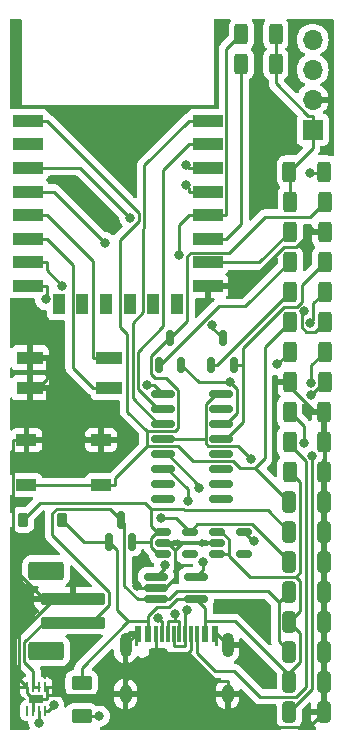
<source format=gbr>
%TF.GenerationSoftware,KiCad,Pcbnew,8.0.8*%
%TF.CreationDate,2025-02-15T17:25:52+01:00*%
%TF.ProjectId,Weathernode,57656174-6865-4726-9e6f-64652e6b6963,rev?*%
%TF.SameCoordinates,Original*%
%TF.FileFunction,Copper,L1,Top*%
%TF.FilePolarity,Positive*%
%FSLAX46Y46*%
G04 Gerber Fmt 4.6, Leading zero omitted, Abs format (unit mm)*
G04 Created by KiCad (PCBNEW 8.0.8) date 2025-02-15 17:25:52*
%MOMM*%
%LPD*%
G01*
G04 APERTURE LIST*
G04 Aperture macros list*
%AMRoundRect*
0 Rectangle with rounded corners*
0 $1 Rounding radius*
0 $2 $3 $4 $5 $6 $7 $8 $9 X,Y pos of 4 corners*
0 Add a 4 corners polygon primitive as box body*
4,1,4,$2,$3,$4,$5,$6,$7,$8,$9,$2,$3,0*
0 Add four circle primitives for the rounded corners*
1,1,$1+$1,$2,$3*
1,1,$1+$1,$4,$5*
1,1,$1+$1,$6,$7*
1,1,$1+$1,$8,$9*
0 Add four rect primitives between the rounded corners*
20,1,$1+$1,$2,$3,$4,$5,0*
20,1,$1+$1,$4,$5,$6,$7,0*
20,1,$1+$1,$6,$7,$8,$9,0*
20,1,$1+$1,$8,$9,$2,$3,0*%
G04 Aperture macros list end*
%TA.AperFunction,SMDPad,CuDef*%
%ADD10RoundRect,0.250000X-0.312500X-0.625000X0.312500X-0.625000X0.312500X0.625000X-0.312500X0.625000X0*%
%TD*%
%TA.AperFunction,SMDPad,CuDef*%
%ADD11R,2.500000X1.000000*%
%TD*%
%TA.AperFunction,SMDPad,CuDef*%
%ADD12R,1.000000X1.800000*%
%TD*%
%TA.AperFunction,SMDPad,CuDef*%
%ADD13RoundRect,0.162500X-0.837500X-0.162500X0.837500X-0.162500X0.837500X0.162500X-0.837500X0.162500X0*%
%TD*%
%TA.AperFunction,SMDPad,CuDef*%
%ADD14RoundRect,0.150000X-0.512500X-0.150000X0.512500X-0.150000X0.512500X0.150000X-0.512500X0.150000X0*%
%TD*%
%TA.AperFunction,SMDPad,CuDef*%
%ADD15RoundRect,0.250000X-0.325000X-0.650000X0.325000X-0.650000X0.325000X0.650000X-0.325000X0.650000X0*%
%TD*%
%TA.AperFunction,SMDPad,CuDef*%
%ADD16RoundRect,0.150000X0.150000X-0.512500X0.150000X0.512500X-0.150000X0.512500X-0.150000X-0.512500X0*%
%TD*%
%TA.AperFunction,SMDPad,CuDef*%
%ADD17RoundRect,0.250000X0.625000X-0.375000X0.625000X0.375000X-0.625000X0.375000X-0.625000X-0.375000X0*%
%TD*%
%TA.AperFunction,SMDPad,CuDef*%
%ADD18RoundRect,0.150000X0.150000X-0.587500X0.150000X0.587500X-0.150000X0.587500X-0.150000X-0.587500X0*%
%TD*%
%TA.AperFunction,SMDPad,CuDef*%
%ADD19R,0.600000X1.450000*%
%TD*%
%TA.AperFunction,SMDPad,CuDef*%
%ADD20R,0.300000X1.450000*%
%TD*%
%TA.AperFunction,ComponentPad*%
%ADD21O,1.000000X2.100000*%
%TD*%
%TA.AperFunction,ComponentPad*%
%ADD22O,1.000000X1.600000*%
%TD*%
%TA.AperFunction,SMDPad,CuDef*%
%ADD23RoundRect,0.150000X-0.825000X-0.150000X0.825000X-0.150000X0.825000X0.150000X-0.825000X0.150000X0*%
%TD*%
%TA.AperFunction,SMDPad,CuDef*%
%ADD24RoundRect,0.062500X-0.062500X0.325000X-0.062500X-0.325000X0.062500X-0.325000X0.062500X0.325000X0*%
%TD*%
%TA.AperFunction,HeatsinkPad*%
%ADD25R,1.200000X0.800000*%
%TD*%
%TA.AperFunction,SMDPad,CuDef*%
%ADD26R,2.160000X1.120000*%
%TD*%
%TA.AperFunction,ComponentPad*%
%ADD27R,1.700000X1.700000*%
%TD*%
%TA.AperFunction,ComponentPad*%
%ADD28O,1.700000X1.700000*%
%TD*%
%TA.AperFunction,SMDPad,CuDef*%
%ADD29RoundRect,0.225000X-0.225000X-0.375000X0.225000X-0.375000X0.225000X0.375000X-0.225000X0.375000X0*%
%TD*%
%TA.AperFunction,SMDPad,CuDef*%
%ADD30R,1.700000X1.000000*%
%TD*%
%TA.AperFunction,SMDPad,CuDef*%
%ADD31RoundRect,0.250000X2.500000X-0.250000X2.500000X0.250000X-2.500000X0.250000X-2.500000X-0.250000X0*%
%TD*%
%TA.AperFunction,SMDPad,CuDef*%
%ADD32RoundRect,0.250000X1.250000X-0.550000X1.250000X0.550000X-1.250000X0.550000X-1.250000X-0.550000X0*%
%TD*%
%TA.AperFunction,ViaPad*%
%ADD33C,0.800000*%
%TD*%
%TA.AperFunction,Conductor*%
%ADD34C,0.250000*%
%TD*%
G04 APERTURE END LIST*
D10*
%TO.P,R12,1,1*%
%TO.N,GND*%
X103247000Y-70104000D03*
%TO.P,R12,2,2*%
%TO.N,Net-(U5-PROG)*%
X106172000Y-70104000D03*
%TD*%
%TO.P,R13,1,1*%
%TO.N,Net-(J2-CC2)*%
X103198000Y-75184000D03*
%TO.P,R13,2,2*%
%TO.N,GND*%
X106123000Y-75184000D03*
%TD*%
%TO.P,R8,1,1*%
%TO.N,Net-(Q1-B)*%
X103247000Y-59944000D03*
%TO.P,R8,2,2*%
%TO.N,Net-(Q2-E)*%
X106172000Y-59944000D03*
%TD*%
D11*
%TO.P,U3,1,~{RST}*%
%TO.N,RST*%
X81066000Y-48006000D03*
%TO.P,U3,2,ADC*%
%TO.N,unconnected-(U3-ADC-Pad2)*%
X81066000Y-50006000D03*
%TO.P,U3,3,EN*%
%TO.N,Net-(U3-EN)*%
X81066000Y-52006000D03*
%TO.P,U3,4,GPIO16*%
%TO.N,Net-(U3-GPIO16)*%
X81066000Y-54006000D03*
%TO.P,U3,5,GPIO14*%
%TO.N,Net-(U3-GPIO14)*%
X81066000Y-56006000D03*
%TO.P,U3,6,GPIO12*%
%TO.N,Net-(U3-GPIO12)*%
X81066000Y-58006000D03*
%TO.P,U3,7,GPIO13*%
%TO.N,CHG*%
X81066000Y-60006000D03*
%TO.P,U3,8,VCC*%
%TO.N,+3.3V*%
X81066000Y-62006000D03*
D12*
%TO.P,U3,9,CS0*%
%TO.N,unconnected-(U3-CS0-Pad9)*%
X83666000Y-63506000D03*
%TO.P,U3,10,MISO*%
%TO.N,unconnected-(U3-MISO-Pad10)*%
X85666000Y-63506000D03*
%TO.P,U3,11,GPIO9*%
%TO.N,unconnected-(U3-GPIO9-Pad11)*%
X87666000Y-63506000D03*
%TO.P,U3,12,GPIO10*%
%TO.N,unconnected-(U3-GPIO10-Pad12)*%
X89666000Y-63506000D03*
%TO.P,U3,13,MOSI*%
%TO.N,unconnected-(U3-MOSI-Pad13)*%
X91666000Y-63506000D03*
%TO.P,U3,14,SCLK*%
%TO.N,unconnected-(U3-SCLK-Pad14)*%
X93666000Y-63506000D03*
D11*
%TO.P,U3,15,GND*%
%TO.N,GND*%
X96266000Y-62006000D03*
%TO.P,U3,16,GPIO15*%
%TO.N,Net-(U3-GPIO15)*%
X96266000Y-60006000D03*
%TO.P,U3,17,GPIO2*%
%TO.N,Net-(U3-GPIO2)*%
X96266000Y-58006000D03*
%TO.P,U3,18,GPIO0*%
%TO.N,GPIO0*%
X96266000Y-56006000D03*
%TO.P,U3,19,GPIO4*%
%TO.N,SDA*%
X96266000Y-54006000D03*
%TO.P,U3,20,GPIO5*%
%TO.N,SCL*%
X96266000Y-52006000D03*
%TO.P,U3,21,GPIO3/RXD*%
%TO.N,TXD*%
X96266000Y-50006000D03*
%TO.P,U3,22,GPIO1/TXD*%
%TO.N,RXD*%
X96266000Y-48006000D03*
%TD*%
D13*
%TO.P,U5,1,STAT*%
%TO.N,CHG*%
X91883500Y-86614000D03*
%TO.P,U5,2,VSS*%
%TO.N,GND*%
X91883500Y-87564000D03*
%TO.P,U5,3,VBAT*%
%TO.N,+BATT*%
X91883500Y-88514000D03*
%TO.P,U5,4,VDD*%
%TO.N,VBUS*%
X95303500Y-88514000D03*
%TO.P,U5,5,PROG*%
%TO.N,Net-(U5-PROG)*%
X95303500Y-86614000D03*
%TD*%
D14*
%TO.P,U4,1,VIN*%
%TO.N,Net-(D2-K)*%
X92467000Y-82804000D03*
%TO.P,U4,2,GND*%
%TO.N,GND*%
X92467000Y-83754000D03*
%TO.P,U4,3,EN*%
%TO.N,Net-(D2-K)*%
X92467000Y-84704000D03*
%TO.P,U4,4,NC*%
%TO.N,unconnected-(U4-NC-Pad4)*%
X94742000Y-84704000D03*
%TO.P,U4,5,VOUT*%
%TO.N,+3.3V*%
X94742000Y-82804000D03*
%TD*%
D10*
%TO.P,R2,1,1*%
%TO.N,Net-(U3-GPIO2)*%
X99121500Y-43180000D03*
%TO.P,R2,2,2*%
%TO.N,+3.3V*%
X102046500Y-43180000D03*
%TD*%
%TO.P,R11,1,1*%
%TO.N,CHG*%
X103247000Y-67564000D03*
%TO.P,R11,2,2*%
%TO.N,Net-(D1-K)*%
X106172000Y-67564000D03*
%TD*%
%TO.P,R14,1,1*%
%TO.N,Net-(J2-CC1)*%
X103198000Y-72644000D03*
%TO.P,R14,2,2*%
%TO.N,GND*%
X106123000Y-72644000D03*
%TD*%
D15*
%TO.P,C7,1,1*%
%TO.N,VBUS*%
X103173000Y-95504000D03*
%TO.P,C7,2,2*%
%TO.N,GND*%
X106123000Y-95504000D03*
%TD*%
D16*
%TO.P,Q2,1,B*%
%TO.N,Net-(Q2-B)*%
X96586000Y-68701500D03*
%TO.P,Q2,2,E*%
%TO.N,Net-(Q2-E)*%
X98486000Y-68701500D03*
%TO.P,Q2,3,C*%
%TO.N,GPIO0*%
X97536000Y-66426500D03*
%TD*%
D17*
%TO.P,D1,1,K*%
%TO.N,Net-(D1-K)*%
X85598000Y-98428000D03*
%TO.P,D1,2,A*%
%TO.N,VBUS*%
X85598000Y-95628000D03*
%TD*%
D18*
%TO.P,Q3,1,G*%
%TO.N,VBUS*%
X87950000Y-83663000D03*
%TO.P,Q3,2,S*%
%TO.N,Net-(D2-K)*%
X89850000Y-83663000D03*
%TO.P,Q3,3,D*%
%TO.N,+BATT*%
X88900000Y-81788000D03*
%TD*%
D15*
%TO.P,C2,1,1*%
%TO.N,Net-(D2-K)*%
X103173000Y-82804000D03*
%TO.P,C2,2,2*%
%TO.N,GND*%
X106123000Y-82804000D03*
%TD*%
%TO.P,C6,1*%
%TO.N,+BATT*%
X103173000Y-92964000D03*
%TO.P,C6,2*%
%TO.N,GND*%
X106123000Y-92964000D03*
%TD*%
D10*
%TO.P,R15,1,1*%
%TO.N,VBUS*%
X103198000Y-77724000D03*
%TO.P,R15,2,2*%
%TO.N,GND*%
X106123000Y-77724000D03*
%TD*%
D19*
%TO.P,J2,A1,GND*%
%TO.N,GND*%
X90380000Y-91459000D03*
%TO.P,J2,A4,VBUS*%
%TO.N,VBUS*%
X91180000Y-91459000D03*
D20*
%TO.P,J2,A5,CC1*%
%TO.N,Net-(J2-CC1)*%
X92380000Y-91459000D03*
%TO.P,J2,A6,D+*%
%TO.N,Net-(U2-UD+)*%
X93380000Y-91459000D03*
%TO.P,J2,A7,D-*%
%TO.N,Net-(U2-UD-)*%
X93880000Y-91459000D03*
%TO.P,J2,A8,SBU1*%
%TO.N,GND*%
X94880000Y-91459000D03*
D19*
%TO.P,J2,A9,VBUS*%
%TO.N,VBUS*%
X96080000Y-91459000D03*
%TO.P,J2,A12,GND*%
%TO.N,GND*%
X96880000Y-91459000D03*
%TO.P,J2,B1,GND*%
X96880000Y-91459000D03*
%TO.P,J2,B4,VBUS*%
%TO.N,VBUS*%
X96080000Y-91459000D03*
D20*
%TO.P,J2,B5,CC2*%
%TO.N,Net-(J2-CC2)*%
X95380000Y-91459000D03*
%TO.P,J2,B6,D+*%
%TO.N,Net-(U2-UD+)*%
X94380000Y-91459000D03*
%TO.P,J2,B7,D-*%
%TO.N,Net-(U2-UD-)*%
X92880000Y-91459000D03*
%TO.P,J2,B8,SBU2*%
%TO.N,GND*%
X91880000Y-91459000D03*
D19*
%TO.P,J2,B9,VBUS*%
%TO.N,VBUS*%
X91180000Y-91459000D03*
%TO.P,J2,B12,GND*%
%TO.N,GND*%
X90380000Y-91459000D03*
D21*
%TO.P,J2,S1,SHIELD*%
X89310000Y-92374000D03*
D22*
X89310000Y-96554000D03*
D21*
X97950000Y-92374000D03*
D22*
X97950000Y-96554000D03*
%TD*%
D15*
%TO.P,C3,1,1*%
%TO.N,+3.3V*%
X103173000Y-85344000D03*
%TO.P,C3,2,2*%
%TO.N,GND*%
X106123000Y-85344000D03*
%TD*%
D23*
%TO.P,U2,1,GND*%
%TO.N,GND*%
X92456000Y-71120000D03*
%TO.P,U2,2,TXD*%
%TO.N,TXD*%
X92456000Y-72390000D03*
%TO.P,U2,3,RXD*%
%TO.N,RXD*%
X92456000Y-73660000D03*
%TO.P,U2,4,V3*%
%TO.N,Net-(U2-V3)*%
X92456000Y-74930000D03*
%TO.P,U2,5,UD+*%
%TO.N,Net-(U2-UD+)*%
X92456000Y-76200000D03*
%TO.P,U2,6,UD-*%
%TO.N,Net-(U2-UD-)*%
X92456000Y-77470000D03*
%TO.P,U2,7,NC*%
%TO.N,unconnected-(U2-NC-Pad7)*%
X92456000Y-78740000D03*
%TO.P,U2,8,NC*%
%TO.N,unconnected-(U2-NC-Pad8)*%
X92456000Y-80010000D03*
%TO.P,U2,9,~{CTS}*%
%TO.N,unconnected-(U2-~{CTS}-Pad9)*%
X97406000Y-80010000D03*
%TO.P,U2,10,~{DSR}*%
%TO.N,unconnected-(U2-~{DSR}-Pad10)*%
X97406000Y-78740000D03*
%TO.P,U2,11,~{RI}*%
%TO.N,unconnected-(U2-~{RI}-Pad11)*%
X97406000Y-77470000D03*
%TO.P,U2,12,~{DCD}*%
%TO.N,unconnected-(U2-~{DCD}-Pad12)*%
X97406000Y-76200000D03*
%TO.P,U2,13,~{DTR}*%
%TO.N,Net-(Q2-E)*%
X97406000Y-74930000D03*
%TO.P,U2,14,~{RTS}*%
%TO.N,Net-(Q1-E)*%
X97406000Y-73660000D03*
%TO.P,U2,15,R232*%
%TO.N,unconnected-(U2-R232-Pad15)*%
X97406000Y-72390000D03*
%TO.P,U2,16,VCC*%
%TO.N,Net-(U2-V3)*%
X97406000Y-71120000D03*
%TD*%
D15*
%TO.P,C1,1,1*%
%TO.N,RST*%
X103173000Y-80264000D03*
%TO.P,C1,2,2*%
%TO.N,GND*%
X106123000Y-80264000D03*
%TD*%
D24*
%TO.P,U1,1,CTG*%
%TO.N,GND*%
X82492000Y-95986500D03*
%TO.P,U1,2,CELL*%
%TO.N,+BATT*%
X81992000Y-95986500D03*
%TO.P,U1,3,VDD*%
X81492000Y-95986500D03*
%TO.P,U1,4,GND*%
%TO.N,GND*%
X80992000Y-95986500D03*
%TO.P,U1,5,ALRT*%
%TO.N,unconnected-(U1-ALRT-Pad5)*%
X80992000Y-97961500D03*
%TO.P,U1,6,QSTRT*%
%TO.N,GND*%
X81492000Y-97961500D03*
%TO.P,U1,7,SCL*%
%TO.N,SCL*%
X81992000Y-97961500D03*
%TO.P,U1,8,SDA*%
%TO.N,SDA*%
X82492000Y-97961500D03*
D25*
%TO.P,U1,9,EP*%
%TO.N,GND*%
X81742000Y-96974000D03*
%TD*%
D10*
%TO.P,R9,1,1*%
%TO.N,Net-(Q2-B)*%
X103247000Y-62484000D03*
%TO.P,R9,2,2*%
%TO.N,Net-(Q1-E)*%
X106172000Y-62484000D03*
%TD*%
D26*
%TO.P,ID0,1,1*%
%TO.N,GND*%
X81217000Y-68072000D03*
%TO.P,ID0,2,2*%
X81217000Y-70612000D03*
%TO.P,ID0,3,3*%
%TO.N,Net-(U3-GPIO12)*%
X87947000Y-70612000D03*
%TO.P,ID0,4,4*%
%TO.N,Net-(U3-GPIO14)*%
X87947000Y-68072000D03*
%TD*%
D10*
%TO.P,R3,1,1*%
%TO.N,+3.3V*%
X103185500Y-52324000D03*
%TO.P,R3,2,2*%
%TO.N,Net-(U3-EN)*%
X106110500Y-52324000D03*
%TD*%
D27*
%TO.P,BMP280,1,1*%
%TO.N,+3.3V*%
X105156000Y-48768000D03*
D28*
%TO.P,BMP280,2,2*%
%TO.N,GND*%
X105156000Y-46228000D03*
%TO.P,BMP280,3,3*%
%TO.N,SCL*%
X105156000Y-43688000D03*
%TO.P,BMP280,4,4*%
%TO.N,SDA*%
X105156000Y-41148000D03*
%TD*%
D15*
%TO.P,C5,1,1*%
%TO.N,VBUS*%
X103173000Y-90424000D03*
%TO.P,C5,2,2*%
%TO.N,GND*%
X106123000Y-90424000D03*
%TD*%
D29*
%TO.P,D2,1,K*%
%TO.N,Net-(D2-K)*%
X80646000Y-81788000D03*
%TO.P,D2,2,A*%
%TO.N,VBUS*%
X83946000Y-81788000D03*
%TD*%
D30*
%TO.P,RESET1,1,1*%
%TO.N,GND*%
X80924000Y-75062000D03*
X87224000Y-75062000D03*
%TO.P,RESET1,2,2*%
%TO.N,RST*%
X80924000Y-78862000D03*
X87224000Y-78862000D03*
%TD*%
D10*
%TO.P,R10,1,1*%
%TO.N,RST*%
X103247000Y-65024000D03*
%TO.P,R10,2,2*%
%TO.N,Net-(U3-GPIO16)*%
X106172000Y-65024000D03*
%TD*%
%TO.P,R1,1,1*%
%TO.N,GPIO0*%
X99121500Y-40640000D03*
%TO.P,R1,2,2*%
%TO.N,+3.3V*%
X102046500Y-40640000D03*
%TD*%
D15*
%TO.P,C4,1,1*%
%TO.N,+BATT*%
X103173000Y-87884000D03*
%TO.P,C4,2,2*%
%TO.N,GND*%
X106123000Y-87884000D03*
%TD*%
D16*
%TO.P,Q1,1,B*%
%TO.N,Net-(Q1-B)*%
X92136000Y-68701500D03*
%TO.P,Q1,2,E*%
%TO.N,Net-(Q1-E)*%
X94036000Y-68701500D03*
%TO.P,Q1,3,C*%
%TO.N,RST*%
X93086000Y-66426500D03*
%TD*%
D10*
%TO.P,R4,1,1*%
%TO.N,+3.3V*%
X103247000Y-54864000D03*
%TO.P,R4,2,2*%
%TO.N,RST*%
X106172000Y-54864000D03*
%TD*%
%TO.P,R5,1,1*%
%TO.N,Net-(U3-GPIO15)*%
X103247000Y-57404000D03*
%TO.P,R5,2,2*%
%TO.N,GND*%
X106172000Y-57404000D03*
%TD*%
D15*
%TO.P,C8,1,1*%
%TO.N,Net-(U2-V3)*%
X103173000Y-98044000D03*
%TO.P,C8,2,2*%
%TO.N,GND*%
X106123000Y-98044000D03*
%TD*%
D14*
%TO.P,U6,1,VIN*%
%TO.N,VBUS*%
X97039000Y-82804000D03*
%TO.P,U6,2,GND*%
%TO.N,GND*%
X97039000Y-83754000D03*
%TO.P,U6,3,EN*%
%TO.N,VBUS*%
X97039000Y-84704000D03*
%TO.P,U6,4,NC*%
%TO.N,unconnected-(U6-NC-Pad4)*%
X99314000Y-84704000D03*
%TO.P,U6,5,VOUT*%
%TO.N,Net-(U2-V3)*%
X99314000Y-82804000D03*
%TD*%
D31*
%TO.P,BATT0,1,1*%
%TO.N,+BATT*%
X84836000Y-90506000D03*
%TO.P,BATT0,2,2*%
%TO.N,GND*%
X84836000Y-88506000D03*
D32*
%TO.P,BATT0,MP*%
%TO.N,N/C*%
X82586000Y-92906000D03*
X82586000Y-86106000D03*
%TD*%
D33*
%TO.N,GND*%
X104971800Y-57380900D03*
X91101400Y-70411400D03*
X90256000Y-87391000D03*
%TO.N,+3.3V*%
X82555000Y-63132700D03*
X92276100Y-81659700D03*
%TO.N,Net-(U2-UD+)*%
X94477900Y-89473400D03*
X95563600Y-79067100D03*
%TO.N,Net-(U2-UD-)*%
X93475600Y-89796200D03*
X94588900Y-80245000D03*
%TO.N,Net-(J2-CC1)*%
X104400600Y-75308300D03*
X92075700Y-90132100D03*
%TO.N,Net-(U3-EN)*%
X89693900Y-56231200D03*
X104911500Y-52410100D03*
%TO.N,Net-(Q1-E)*%
X98154000Y-70166600D03*
X104955900Y-65147500D03*
%TO.N,Net-(U3-GPIO16)*%
X104455600Y-64154100D03*
X87596700Y-58344200D03*
%TO.N,CHG*%
X92614600Y-85607100D03*
X102174400Y-68636600D03*
X83950300Y-61995100D03*
%TO.N,Net-(D1-K)*%
X105001400Y-70189500D03*
X87086600Y-98428000D03*
%TO.N,GPIO0*%
X93817100Y-59419100D03*
X96631500Y-65327600D03*
%TO.N,SDA*%
X83221300Y-97479900D03*
X94403200Y-53459600D03*
%TO.N,SCL*%
X94400600Y-51717200D03*
X81992000Y-98983400D03*
%TO.N,Net-(U5-PROG)*%
X95871200Y-85331300D03*
X104976500Y-71244200D03*
%TO.N,Net-(U2-V3)*%
X100229000Y-83633200D03*
X99937200Y-76683600D03*
X105115000Y-76361900D03*
%TD*%
D34*
%TO.N,GND*%
X102695300Y-58741300D02*
X99430700Y-62005900D01*
X80992000Y-95986500D02*
X80274700Y-95269200D01*
X90771000Y-94169900D02*
X91880000Y-93060900D01*
X82623700Y-74539000D02*
X82623700Y-70612000D01*
X92873600Y-83754000D02*
X92467000Y-83754000D01*
X82668700Y-96621400D02*
X89242600Y-96621400D01*
X97950000Y-96554000D02*
X97950000Y-95427300D01*
X106123000Y-85344000D02*
X106123000Y-82804000D01*
X94880000Y-92822800D02*
X94880000Y-91459000D01*
X92638600Y-87564000D02*
X91883500Y-87564000D01*
X89310000Y-92374000D02*
X89310000Y-93750700D01*
X82799600Y-88944100D02*
X83237700Y-88506000D01*
X97842700Y-62005900D02*
X97842700Y-62006000D01*
X82799600Y-88944100D02*
X79747300Y-85891900D01*
X82623700Y-69908700D02*
X82623700Y-68072000D01*
X97950000Y-95427300D02*
X97008300Y-95427300D01*
X106123000Y-87884000D02*
X106123000Y-85344000D01*
X97950000Y-92374000D02*
X97035000Y-91459000D01*
X82668700Y-96163200D02*
X82668700Y-96621400D01*
X82100700Y-75062000D02*
X82623700Y-74539000D01*
X106123000Y-87884000D02*
X106123000Y-90424000D01*
X82492000Y-95986500D02*
X82668700Y-96163200D01*
X106123000Y-95504000D02*
X106123000Y-92964000D01*
X94641900Y-93060900D02*
X91880000Y-93060900D01*
X81617000Y-97099000D02*
X81492000Y-97224000D01*
X81217000Y-68072000D02*
X82623700Y-68072000D01*
X90429000Y-87564000D02*
X91883500Y-87564000D01*
X104971800Y-57404000D02*
X104971800Y-57486100D01*
X80274700Y-95269200D02*
X80274700Y-91469000D01*
X87224000Y-75062000D02*
X86047300Y-75062000D01*
X80924000Y-75062000D02*
X82100700Y-75062000D01*
X106123000Y-90424000D02*
X106123000Y-92964000D01*
X104971800Y-57486100D02*
X103716600Y-58741300D01*
X86047300Y-75062000D02*
X85524300Y-74539000D01*
X93462600Y-84343000D02*
X92873600Y-83754000D01*
X97008300Y-95427300D02*
X94641900Y-93060900D01*
X96266000Y-62006000D02*
X97842700Y-62006000D01*
X82668700Y-96621400D02*
X82668700Y-96974000D01*
X81617000Y-97099000D02*
X80992000Y-96474000D01*
X81492000Y-97224000D02*
X81492000Y-97961500D01*
X81920400Y-70612000D02*
X82623700Y-69908700D01*
X106172000Y-57404000D02*
X104971800Y-57404000D01*
X83237700Y-88506000D02*
X84836000Y-88506000D01*
X94641900Y-93060900D02*
X94880000Y-92822800D01*
X89729200Y-95008100D02*
X89729200Y-94169900D01*
X90225000Y-91459000D02*
X90380000Y-91459000D01*
X106123000Y-98044000D02*
X106123000Y-95504000D01*
X81742000Y-96974000D02*
X82668700Y-96974000D01*
X103247000Y-70104000D02*
X103247000Y-70548400D01*
X93462600Y-84343000D02*
X93462600Y-86740000D01*
X103247000Y-70548400D02*
X105342600Y-72644000D01*
X99594800Y-99325500D02*
X104841500Y-99325500D01*
X106123000Y-82804000D02*
X106123000Y-80264000D01*
X97950000Y-96554000D02*
X97950000Y-97680700D01*
X89310000Y-92374000D02*
X90225000Y-91459000D01*
X79747300Y-85891900D02*
X79747300Y-75062000D01*
X89242600Y-96621400D02*
X89310000Y-96554000D01*
X80924000Y-75062000D02*
X79747300Y-75062000D01*
X89729200Y-94169900D02*
X89310000Y-93750700D01*
X81217000Y-70612000D02*
X81920400Y-70612000D01*
X91747400Y-70411400D02*
X92456000Y-71120000D01*
X105342600Y-72644000D02*
X106123000Y-72644000D01*
X97039000Y-83754000D02*
X94051600Y-83754000D01*
X106123000Y-77724000D02*
X106123000Y-75184000D01*
X81920400Y-70612000D02*
X82623700Y-70612000D01*
X94051600Y-83754000D02*
X93462600Y-84343000D01*
X89310000Y-96554000D02*
X89310000Y-95427300D01*
X104971800Y-57380900D02*
X104971800Y-57404000D01*
X103716600Y-58741300D02*
X102695300Y-58741300D01*
X80274700Y-91469000D02*
X82799600Y-88944100D01*
X97950000Y-97680700D02*
X99594800Y-99325500D01*
X91101400Y-70411400D02*
X91747400Y-70411400D01*
X106123000Y-80264000D02*
X106123000Y-77724000D01*
X81617000Y-97099000D02*
X81742000Y-96974000D01*
X89729200Y-94169900D02*
X90771000Y-94169900D01*
X85524300Y-74539000D02*
X82623700Y-74539000D01*
X91880000Y-93060900D02*
X91880000Y-91459000D01*
X97035000Y-91459000D02*
X96880000Y-91459000D01*
X99430700Y-62005900D02*
X97842700Y-62005900D01*
X104841500Y-99325500D02*
X106123000Y-98044000D01*
X93462600Y-86740000D02*
X92638600Y-87564000D01*
X80992000Y-96474000D02*
X80992000Y-95986500D01*
X90256000Y-87391000D02*
X90429000Y-87564000D01*
X106123000Y-75184000D02*
X106123000Y-72644000D01*
X89310000Y-95427300D02*
X89729200Y-95008100D01*
%TO.N,+3.3V*%
X105156000Y-50353500D02*
X105156000Y-48768000D01*
X81066000Y-62006000D02*
X82642700Y-62006000D01*
X105156000Y-48768000D02*
X105156000Y-47591300D01*
X103173000Y-85344000D02*
X103173000Y-85269900D01*
X103185500Y-52324000D02*
X103247000Y-52385500D01*
X92276100Y-81659700D02*
X93597700Y-81659700D01*
X100052700Y-82149600D02*
X95396400Y-82149600D01*
X102046500Y-44849500D02*
X102046500Y-43180000D01*
X105156000Y-47591300D02*
X104788300Y-47591300D01*
X104788300Y-47591300D02*
X102046500Y-44849500D01*
X103173000Y-85269900D02*
X100052700Y-82149600D01*
X82642700Y-63045000D02*
X82555000Y-63132700D01*
X95396400Y-82149600D02*
X94742000Y-82804000D01*
X103185500Y-52324000D02*
X105156000Y-50353500D01*
X102046500Y-43180000D02*
X102046500Y-40640000D01*
X82642700Y-62006000D02*
X82642700Y-63045000D01*
X93597700Y-81659700D02*
X94742000Y-82804000D01*
X103247000Y-52385500D02*
X103247000Y-54864000D01*
%TO.N,+BATT*%
X92988100Y-88514000D02*
X93641200Y-87860900D01*
X102269800Y-88787200D02*
X103173000Y-87884000D01*
X81492000Y-95986500D02*
X81492000Y-94581600D01*
X80734000Y-92140800D02*
X82368800Y-90506000D01*
X82368800Y-90506000D02*
X84836000Y-90506000D01*
X83475400Y-80843700D02*
X87955700Y-80843700D01*
X83126000Y-83094200D02*
X83126000Y-81193100D01*
X81492000Y-95986500D02*
X81992000Y-95986500D01*
X87955700Y-80843700D02*
X88900000Y-81788000D01*
X102269800Y-92060800D02*
X102269800Y-88787200D01*
X89222700Y-87402700D02*
X90334000Y-88514000D01*
X80734000Y-93823600D02*
X80734000Y-92140800D01*
X81492000Y-94581600D02*
X80734000Y-93823600D01*
X89222700Y-82110700D02*
X89222700Y-87402700D01*
X90334000Y-88514000D02*
X91883500Y-88514000D01*
X93641200Y-87860900D02*
X101343500Y-87860900D01*
X88900000Y-81788000D02*
X89222700Y-82110700D01*
X87913600Y-89007800D02*
X87913600Y-87881800D01*
X103173000Y-92964000D02*
X102269800Y-92060800D01*
X83126000Y-81193100D02*
X83475400Y-80843700D01*
X87913600Y-87881800D02*
X83126000Y-83094200D01*
X84836000Y-90506000D02*
X86415400Y-90506000D01*
X91883500Y-88514000D02*
X92988100Y-88514000D01*
X101343500Y-87860900D02*
X102269800Y-88787200D01*
X86415400Y-90506000D02*
X87913600Y-89007800D01*
%TO.N,Net-(U3-GPIO12)*%
X81066000Y-58006000D02*
X82642700Y-58006000D01*
X82642700Y-58006000D02*
X84839300Y-60202600D01*
X87947000Y-70612000D02*
X86540300Y-70612000D01*
X84839300Y-60202600D02*
X84839300Y-68911000D01*
X84839300Y-68911000D02*
X86540300Y-70612000D01*
%TO.N,RST*%
X81066000Y-48006000D02*
X82642700Y-48006000D01*
X98091400Y-59179300D02*
X101136700Y-56134000D01*
X94543900Y-64968600D02*
X94543900Y-59489600D01*
X91117100Y-74299500D02*
X93492600Y-74299500D01*
X93782300Y-70785200D02*
X92759200Y-69762100D01*
X100294700Y-77427100D02*
X99033500Y-77427100D01*
X94854200Y-59179300D02*
X98091400Y-59179300D01*
X91117100Y-75565000D02*
X91117100Y-74299500D01*
X101136700Y-56134000D02*
X104902000Y-56134000D01*
X91496700Y-69460200D02*
X91496700Y-67944800D01*
X93492600Y-74299500D02*
X93782300Y-74009800D01*
X103247000Y-65024000D02*
X101125200Y-67145800D01*
X87224000Y-78862000D02*
X88400700Y-78862000D01*
X91798600Y-69762100D02*
X91496700Y-69460200D01*
X101125200Y-76596600D02*
X100315400Y-77406400D01*
X82642700Y-48006000D02*
X90427900Y-55791200D01*
X91496700Y-67944800D02*
X93015000Y-66426500D01*
X80924000Y-78862000D02*
X87224000Y-78862000D01*
X93770500Y-75565000D02*
X91117100Y-75565000D01*
X94543900Y-59489600D02*
X94854200Y-59179300D01*
X101125200Y-67145800D02*
X101125200Y-76596600D01*
X88400700Y-78862000D02*
X88400700Y-78281400D01*
X93086000Y-66426500D02*
X94543900Y-64968600D01*
X104902000Y-56134000D02*
X106172000Y-54864000D01*
X93782300Y-74009800D02*
X93782300Y-70785200D01*
X93015000Y-66426500D02*
X93086000Y-66426500D01*
X90427900Y-55791200D02*
X90427900Y-56525200D01*
X95040400Y-76834900D02*
X93770500Y-75565000D01*
X90427900Y-56525200D02*
X88839300Y-58113800D01*
X92759200Y-69762100D02*
X91798600Y-69762100D01*
X88400700Y-78281400D02*
X91117100Y-75565000D01*
X100315400Y-77406400D02*
X103173000Y-80264000D01*
X88839300Y-58113800D02*
X88839300Y-65471300D01*
X99033500Y-77427100D02*
X98441300Y-76834900D01*
X89458900Y-72641300D02*
X91117100Y-74299500D01*
X89458900Y-66090900D02*
X89458900Y-72641300D01*
X98441300Y-76834900D02*
X95040400Y-76834900D01*
X100315400Y-77406400D02*
X100294700Y-77427100D01*
X88839300Y-65471300D02*
X89458900Y-66090900D01*
%TO.N,VBUS*%
X104103300Y-78629300D02*
X104103300Y-86230500D01*
X96080000Y-90407300D02*
X96080000Y-89290500D01*
X104103300Y-93871500D02*
X104103300Y-91354300D01*
X103173000Y-94969600D02*
X103089100Y-94885700D01*
X98610700Y-90407300D02*
X96080000Y-90407300D01*
X93681300Y-88514000D02*
X95303500Y-88514000D01*
X103198000Y-77724000D02*
X104103300Y-78629300D01*
X87950000Y-83663000D02*
X85821000Y-83663000D01*
X104075700Y-86969900D02*
X104075700Y-89521300D01*
X103719800Y-86614000D02*
X104075700Y-86969900D01*
X97039000Y-84704000D02*
X98059000Y-84704000D01*
X85598000Y-94361500D02*
X85598000Y-95628000D01*
X96080000Y-89290500D02*
X95303500Y-88514000D01*
X103089100Y-94885700D02*
X104103300Y-93871500D01*
X91180000Y-91459000D02*
X91180000Y-90407300D01*
X99833000Y-86614000D02*
X103719800Y-86614000D01*
X97427400Y-82804000D02*
X98059000Y-83435600D01*
X91953900Y-89177900D02*
X93017400Y-89177900D01*
X96080000Y-91459000D02*
X96080000Y-90407300D01*
X104103300Y-86230500D02*
X103719800Y-86614000D01*
X89552200Y-90407300D02*
X88614700Y-89469800D01*
X91180000Y-90407300D02*
X91180000Y-89951800D01*
X88614700Y-89469800D02*
X88614700Y-84327700D01*
X98059000Y-84704000D02*
X98059000Y-84840000D01*
X103089100Y-94885700D02*
X98610700Y-90407300D01*
X104075700Y-89521300D02*
X103173000Y-90424000D01*
X98059000Y-83435600D02*
X98059000Y-84704000D01*
X85821000Y-83663000D02*
X83946000Y-81788000D01*
X91180000Y-89951800D02*
X91953900Y-89177900D01*
X104103300Y-91354300D02*
X103173000Y-90424000D01*
X93017400Y-89177900D02*
X93681300Y-88514000D01*
X88614700Y-84327700D02*
X87950000Y-83663000D01*
X103173000Y-95504000D02*
X103173000Y-94969600D01*
X98059000Y-84840000D02*
X99833000Y-86614000D01*
X97039000Y-82804000D02*
X97427400Y-82804000D01*
X91180000Y-90407300D02*
X89552200Y-90407300D01*
X89552200Y-90407300D02*
X85598000Y-94361500D01*
%TO.N,Net-(U3-GPIO14)*%
X87947000Y-68072000D02*
X86540300Y-68072000D01*
X86540300Y-59903600D02*
X82642700Y-56006000D01*
X81066000Y-56006000D02*
X82642700Y-56006000D01*
X86540300Y-68072000D02*
X86540300Y-59903600D01*
%TO.N,Net-(U3-GPIO2)*%
X99121500Y-56727200D02*
X99121500Y-43180000D01*
X96266000Y-58006000D02*
X97842700Y-58006000D01*
X97842700Y-58006000D02*
X99121500Y-56727200D01*
%TO.N,Net-(J2-CC2)*%
X98485200Y-94589000D02*
X96867100Y-94589000D01*
X96867100Y-94589000D02*
X95380000Y-93101900D01*
X103749500Y-96774000D02*
X100670200Y-96774000D01*
X103198000Y-75472500D02*
X104582600Y-76857100D01*
X103198000Y-75184000D02*
X103198000Y-75472500D01*
X95380000Y-93101900D02*
X95380000Y-91459000D01*
X104582600Y-76857100D02*
X104582600Y-95940900D01*
X104582600Y-95940900D02*
X103749500Y-96774000D01*
X100670200Y-96774000D02*
X98485200Y-94589000D01*
%TO.N,Net-(U2-UD+)*%
X94380000Y-89571300D02*
X94477900Y-89473400D01*
X92866600Y-76200000D02*
X95563600Y-78897000D01*
X93380000Y-91459000D02*
X93380000Y-92510700D01*
X95563600Y-78897000D02*
X95563600Y-79067100D01*
X94380000Y-92510700D02*
X93380000Y-92510700D01*
X94380000Y-91459000D02*
X94380000Y-92510700D01*
X92456000Y-76200000D02*
X92866600Y-76200000D01*
X94380000Y-91459000D02*
X94380000Y-89571300D01*
%TO.N,Net-(U2-UD-)*%
X92880000Y-91459000D02*
X92880000Y-90407300D01*
X92837000Y-77470000D02*
X94588900Y-79221900D01*
X92956800Y-90330500D02*
X92880000Y-90407300D01*
X92456000Y-77470000D02*
X92837000Y-77470000D01*
X93475600Y-90330500D02*
X93475600Y-89796200D01*
X94588900Y-79221900D02*
X94588900Y-80245000D01*
X93880000Y-90407300D02*
X93803200Y-90330500D01*
X93475600Y-90330500D02*
X92956800Y-90330500D01*
X93803200Y-90330500D02*
X93475600Y-90330500D01*
X93880000Y-91459000D02*
X93880000Y-90407300D01*
%TO.N,Net-(J2-CC1)*%
X92380000Y-90407300D02*
X92350900Y-90407300D01*
X92350900Y-90407300D02*
X92075700Y-90132100D01*
X92380000Y-91459000D02*
X92380000Y-90407300D01*
X104400600Y-73846600D02*
X104400600Y-75308300D01*
X103198000Y-72644000D02*
X104400600Y-73846600D01*
%TO.N,Net-(Q1-B)*%
X92218700Y-68701500D02*
X97192200Y-63728000D01*
X97192200Y-63728000D02*
X99463000Y-63728000D01*
X99463000Y-63728000D02*
X103247000Y-59944000D01*
X92136000Y-68701500D02*
X92218700Y-68701500D01*
%TO.N,Net-(Q2-B)*%
X103247000Y-62484000D02*
X97029500Y-68701500D01*
X97029500Y-68701500D02*
X96586000Y-68701500D01*
%TO.N,Net-(U3-EN)*%
X106024400Y-52410100D02*
X106110500Y-52324000D01*
X85468700Y-52006000D02*
X89693900Y-56231200D01*
X81066000Y-52006000D02*
X85468700Y-52006000D01*
X104911500Y-52410100D02*
X106024400Y-52410100D01*
%TO.N,Net-(U3-GPIO15)*%
X103247000Y-57404000D02*
X100645000Y-60006000D01*
X100645000Y-60006000D02*
X96266000Y-60006000D01*
%TO.N,Net-(Q1-E)*%
X98154000Y-70166600D02*
X95501100Y-70166600D01*
X105182300Y-63473700D02*
X105182300Y-64921100D01*
X98708300Y-70720900D02*
X98708300Y-72791800D01*
X98154000Y-70166600D02*
X98708300Y-70720900D01*
X106172000Y-62484000D02*
X105182300Y-63473700D01*
X95501100Y-70166600D02*
X94036000Y-68701500D01*
X98708300Y-72791800D02*
X97840100Y-73660000D01*
X97840100Y-73660000D02*
X97406000Y-73660000D01*
X105182300Y-64921100D02*
X104955900Y-65147500D01*
%TO.N,Net-(U3-GPIO16)*%
X104229100Y-64380600D02*
X104229100Y-65498400D01*
X105315900Y-65880100D02*
X106172000Y-65024000D01*
X104455600Y-64154100D02*
X104229100Y-64380600D01*
X104229100Y-65498400D02*
X104610800Y-65880100D01*
X104610800Y-65880100D02*
X105315900Y-65880100D01*
X83258500Y-54006000D02*
X87596700Y-58344200D01*
X81066000Y-54006000D02*
X83258500Y-54006000D01*
%TO.N,CHG*%
X102174400Y-68636600D02*
X103247000Y-67564000D01*
X82642700Y-60687500D02*
X83950300Y-61995100D01*
X92614600Y-85882900D02*
X92614600Y-85607100D01*
X81066000Y-60006000D02*
X82642700Y-60006000D01*
X82642700Y-60006000D02*
X82642700Y-60687500D01*
X91883500Y-86614000D02*
X92614600Y-85882900D01*
%TO.N,Net-(D1-K)*%
X105001400Y-70189500D02*
X105001400Y-68734600D01*
X105001400Y-68734600D02*
X106172000Y-67564000D01*
X85598000Y-98428000D02*
X87086600Y-98428000D01*
%TO.N,GPIO0*%
X96266000Y-56006000D02*
X97842700Y-56006000D01*
X95477700Y-56006000D02*
X94689300Y-56006000D01*
X94689300Y-56006000D02*
X93817100Y-56878200D01*
X95477700Y-56006000D02*
X96266000Y-56006000D01*
X97842700Y-41918800D02*
X99121500Y-40640000D01*
X97842700Y-56006000D02*
X97842700Y-41918800D01*
X97536000Y-66426500D02*
X96631500Y-65522000D01*
X96631500Y-65522000D02*
X96631500Y-65327600D01*
X93817100Y-56878200D02*
X93817100Y-59419100D01*
%TO.N,SDA*%
X94689300Y-54006000D02*
X94689300Y-53745700D01*
X82739700Y-97961500D02*
X83221300Y-97479900D01*
X94689300Y-53745700D02*
X94403200Y-53459600D01*
X82492000Y-97961500D02*
X82739700Y-97961500D01*
X96266000Y-54006000D02*
X94689300Y-54006000D01*
%TO.N,SCL*%
X94400600Y-51717300D02*
X94400600Y-51717200D01*
X96266000Y-52006000D02*
X94689300Y-52006000D01*
X81992000Y-97961500D02*
X81992000Y-98983400D01*
X94689300Y-52006000D02*
X94400600Y-51717300D01*
%TO.N,Net-(U5-PROG)*%
X95871200Y-86046300D02*
X95871200Y-85331300D01*
X106116700Y-70104000D02*
X106172000Y-70104000D01*
X95303500Y-86614000D02*
X95871200Y-86046300D01*
X104976500Y-71244200D02*
X106116700Y-70104000D01*
%TO.N,Net-(Q2-E)*%
X99225900Y-68701500D02*
X99225900Y-73499200D01*
X97795100Y-74930000D02*
X97406000Y-74930000D01*
X99225900Y-73499200D02*
X97795100Y-74930000D01*
X98486000Y-68701500D02*
X99225900Y-68701500D01*
X102689200Y-63754000D02*
X99225900Y-67217300D01*
X99225900Y-67217300D02*
X99225900Y-68701500D01*
X103793200Y-63754000D02*
X102689200Y-63754000D01*
X104216000Y-61900000D02*
X104216000Y-63331200D01*
X104216000Y-63331200D02*
X103793200Y-63754000D01*
X106172000Y-59944000D02*
X104216000Y-61900000D01*
%TO.N,TXD*%
X92021400Y-72390000D02*
X90371600Y-70740200D01*
X92510100Y-52185200D02*
X94689300Y-50006000D01*
X92510100Y-65419300D02*
X92510100Y-52185200D01*
X90371600Y-70740200D02*
X90371600Y-67557800D01*
X90371600Y-67557800D02*
X92510100Y-65419300D01*
X96266000Y-50006000D02*
X94689300Y-50006000D01*
X92456000Y-72390000D02*
X92021400Y-72390000D01*
%TO.N,RXD*%
X90895900Y-51799400D02*
X94689300Y-48006000D01*
X90807800Y-57156200D02*
X90895900Y-57068100D01*
X90895900Y-57068100D02*
X90895900Y-51799400D01*
X90807800Y-64226300D02*
X90807800Y-57156200D01*
X89915300Y-71517300D02*
X89915300Y-65118800D01*
X96266000Y-48006000D02*
X94689300Y-48006000D01*
X92058000Y-73660000D02*
X89915300Y-71517300D01*
X92456000Y-73660000D02*
X92058000Y-73660000D01*
X89915300Y-65118800D02*
X90807800Y-64226300D01*
%TO.N,Net-(D2-K)*%
X80646000Y-81788000D02*
X82092400Y-80341600D01*
X94221900Y-80905600D02*
X94288000Y-80971700D01*
X91493600Y-80905600D02*
X94221900Y-80905600D01*
X91436400Y-84067400D02*
X91436400Y-83663000D01*
X82092400Y-80341600D02*
X90929600Y-80341600D01*
X92010800Y-82804000D02*
X92467000Y-82804000D01*
X89850000Y-83663000D02*
X91436400Y-83663000D01*
X91436400Y-83663000D02*
X91436400Y-83378400D01*
X94288000Y-80971700D02*
X101340700Y-80971700D01*
X92073000Y-84704000D02*
X91436400Y-84067400D01*
X101340700Y-80971700D02*
X103173000Y-82804000D01*
X90929600Y-80341600D02*
X91493600Y-80905600D01*
X91436400Y-83378400D02*
X92010800Y-82804000D01*
X91493600Y-80905600D02*
X91493600Y-82286800D01*
X92467000Y-84704000D02*
X92073000Y-84704000D01*
X91493600Y-82286800D02*
X92010800Y-82804000D01*
%TO.N,Net-(U2-V3)*%
X105115000Y-96102000D02*
X103173000Y-98044000D01*
X96084400Y-72035100D02*
X96084400Y-74930000D01*
X96084400Y-74930000D02*
X96084400Y-75313900D01*
X96999500Y-71120000D02*
X96084400Y-72035100D01*
X100143200Y-83633200D02*
X100229000Y-83633200D01*
X96084400Y-75313900D02*
X96335500Y-75565000D01*
X97406000Y-71120000D02*
X96999500Y-71120000D01*
X105115000Y-76361900D02*
X105115000Y-96102000D01*
X96335500Y-75565000D02*
X98818600Y-75565000D01*
X96084400Y-74930000D02*
X92456000Y-74930000D01*
X99314000Y-82804000D02*
X100143200Y-83633200D01*
X98818600Y-75565000D02*
X99937200Y-76683600D01*
%TD*%
%TA.AperFunction,Conductor*%
%TO.N,GND*%
G36*
X82420702Y-81000402D02*
G01*
X82476635Y-81042274D01*
X82501052Y-81107738D01*
X82500771Y-81128734D01*
X82500500Y-81131486D01*
X82500500Y-83155809D01*
X82504743Y-83177139D01*
X82504743Y-83177142D01*
X82504744Y-83177142D01*
X82522073Y-83264266D01*
X82522074Y-83264269D01*
X82522073Y-83264269D01*
X82524535Y-83276646D01*
X82524536Y-83276650D01*
X82524537Y-83276651D01*
X82571688Y-83390486D01*
X82581696Y-83405463D01*
X82581697Y-83405464D01*
X82581698Y-83405466D01*
X82640141Y-83492932D01*
X82640144Y-83492936D01*
X82731586Y-83584378D01*
X82731608Y-83584398D01*
X83741029Y-84593819D01*
X83774514Y-84655142D01*
X83769530Y-84724834D01*
X83727658Y-84780767D01*
X83662194Y-84805184D01*
X83653348Y-84805500D01*
X81285998Y-84805500D01*
X81285981Y-84805501D01*
X81183203Y-84816000D01*
X81183200Y-84816001D01*
X81016668Y-84871185D01*
X81016663Y-84871187D01*
X80867342Y-84963289D01*
X80743289Y-85087342D01*
X80651187Y-85236663D01*
X80651185Y-85236668D01*
X80645140Y-85254911D01*
X80596001Y-85403203D01*
X80596001Y-85403204D01*
X80596000Y-85403204D01*
X80585500Y-85505983D01*
X80585500Y-86706001D01*
X80585501Y-86706018D01*
X80596000Y-86808796D01*
X80596001Y-86808799D01*
X80625193Y-86896893D01*
X80651186Y-86975334D01*
X80743288Y-87124656D01*
X80867344Y-87248712D01*
X81016666Y-87340814D01*
X81183203Y-87395999D01*
X81285991Y-87406500D01*
X81847380Y-87406499D01*
X81914417Y-87426183D01*
X81960172Y-87478987D01*
X81970116Y-87548146D01*
X81941091Y-87611702D01*
X81912476Y-87636037D01*
X81867656Y-87663682D01*
X81743684Y-87787654D01*
X81651643Y-87936875D01*
X81651641Y-87936880D01*
X81596494Y-88103302D01*
X81596493Y-88103309D01*
X81586000Y-88206013D01*
X81586000Y-88256000D01*
X84586000Y-88256000D01*
X84586000Y-87506000D01*
X84324763Y-87506000D01*
X84257724Y-87486315D01*
X84211969Y-87433511D01*
X84202025Y-87364353D01*
X84231050Y-87300797D01*
X84259667Y-87276461D01*
X84304656Y-87248712D01*
X84428712Y-87124656D01*
X84520814Y-86975334D01*
X84575999Y-86808797D01*
X84586500Y-86706009D01*
X84586499Y-85738650D01*
X84606183Y-85671612D01*
X84658987Y-85625857D01*
X84728146Y-85615913D01*
X84791702Y-85644938D01*
X84798180Y-85650970D01*
X86441529Y-87294319D01*
X86475014Y-87355642D01*
X86470030Y-87425334D01*
X86428158Y-87481267D01*
X86362694Y-87505684D01*
X86353848Y-87506000D01*
X85086000Y-87506000D01*
X85086000Y-88382000D01*
X85066315Y-88449039D01*
X85013511Y-88494794D01*
X84962000Y-88506000D01*
X84836000Y-88506000D01*
X84836000Y-88632000D01*
X84816315Y-88699039D01*
X84763511Y-88744794D01*
X84712000Y-88756000D01*
X81586001Y-88756000D01*
X81586001Y-88805986D01*
X81596494Y-88908697D01*
X81651641Y-89075119D01*
X81651643Y-89075124D01*
X81743684Y-89224345D01*
X81867654Y-89348315D01*
X81951719Y-89400167D01*
X81998443Y-89452115D01*
X82009666Y-89521078D01*
X81981822Y-89585160D01*
X81951719Y-89611244D01*
X81867347Y-89663285D01*
X81867343Y-89663288D01*
X81743289Y-89787342D01*
X81651187Y-89936663D01*
X81651185Y-89936668D01*
X81644892Y-89955660D01*
X81596001Y-90103203D01*
X81596001Y-90103204D01*
X81596000Y-90103204D01*
X81585500Y-90205983D01*
X81585500Y-90353346D01*
X81565815Y-90420385D01*
X81549181Y-90441027D01*
X80335269Y-91654940D01*
X80248144Y-91742064D01*
X80248138Y-91742072D01*
X80179692Y-91844505D01*
X80179684Y-91844519D01*
X80146347Y-91925007D01*
X80140823Y-91938343D01*
X80132537Y-91958345D01*
X80132535Y-91958353D01*
X80108500Y-92079189D01*
X80108500Y-93885211D01*
X80132535Y-94006044D01*
X80132540Y-94006061D01*
X80179685Y-94119881D01*
X80179690Y-94119890D01*
X80211695Y-94167787D01*
X80211696Y-94167788D01*
X80248141Y-94222333D01*
X80339586Y-94313778D01*
X80339608Y-94313798D01*
X80830181Y-94804371D01*
X80863666Y-94865694D01*
X80866500Y-94892052D01*
X80866500Y-94995895D01*
X80846815Y-95062934D01*
X80794011Y-95108689D01*
X80789953Y-95110456D01*
X80645824Y-95170156D01*
X80528320Y-95260320D01*
X80438156Y-95377824D01*
X80381478Y-95514657D01*
X80381478Y-95514658D01*
X80367000Y-95624622D01*
X80367000Y-95861500D01*
X80742500Y-95861500D01*
X80809539Y-95881185D01*
X80855294Y-95933989D01*
X80866500Y-95985500D01*
X80866500Y-95987500D01*
X80846815Y-96054539D01*
X80794011Y-96100294D01*
X80742500Y-96111500D01*
X80367000Y-96111500D01*
X80367000Y-96348377D01*
X80381478Y-96458341D01*
X80381478Y-96458342D01*
X80438156Y-96595175D01*
X80528320Y-96712679D01*
X80645825Y-96802844D01*
X80781804Y-96859168D01*
X80836208Y-96903009D01*
X80858273Y-96969303D01*
X80840994Y-97037002D01*
X80789857Y-97084613D01*
X80781805Y-97088290D01*
X80645574Y-97144719D01*
X80645571Y-97144720D01*
X80645571Y-97144721D01*
X80527964Y-97234964D01*
X80456818Y-97327684D01*
X80437719Y-97352574D01*
X80380991Y-97489527D01*
X80380990Y-97489529D01*
X80366500Y-97599598D01*
X80366500Y-98323403D01*
X80380988Y-98433463D01*
X80380991Y-98433472D01*
X80437721Y-98570429D01*
X80527964Y-98688036D01*
X80645571Y-98778279D01*
X80782528Y-98835009D01*
X80892599Y-98849500D01*
X80962897Y-98849499D01*
X81029935Y-98869183D01*
X81075691Y-98921986D01*
X81084662Y-98976902D01*
X81086540Y-98976902D01*
X81086540Y-98983397D01*
X81086540Y-98983400D01*
X81106326Y-99171656D01*
X81106327Y-99171659D01*
X81164818Y-99351677D01*
X81164820Y-99351681D01*
X81164821Y-99351684D01*
X81182325Y-99382002D01*
X81198797Y-99449901D01*
X81175944Y-99515928D01*
X81121022Y-99559118D01*
X81074937Y-99568000D01*
X79626000Y-99568000D01*
X79558961Y-99548315D01*
X79513206Y-99495511D01*
X79502000Y-99444000D01*
X79502000Y-82464554D01*
X79521685Y-82397515D01*
X79574489Y-82351760D01*
X79643647Y-82341816D01*
X79707203Y-82370841D01*
X79743705Y-82425548D01*
X79758190Y-82469261D01*
X79758996Y-82471694D01*
X79759001Y-82471705D01*
X79848029Y-82616040D01*
X79848032Y-82616044D01*
X79967955Y-82735967D01*
X79967959Y-82735970D01*
X80112294Y-82824998D01*
X80112297Y-82824999D01*
X80112303Y-82825003D01*
X80273292Y-82878349D01*
X80372655Y-82888500D01*
X80919344Y-82888499D01*
X80919352Y-82888498D01*
X80919355Y-82888498D01*
X80973760Y-82882940D01*
X81018708Y-82878349D01*
X81179697Y-82825003D01*
X81324044Y-82735968D01*
X81443968Y-82616044D01*
X81533003Y-82471697D01*
X81586349Y-82310708D01*
X81596500Y-82211345D01*
X81596499Y-81773450D01*
X81616183Y-81706412D01*
X81632813Y-81685775D01*
X82289688Y-81028901D01*
X82351010Y-80995418D01*
X82420702Y-81000402D01*
G37*
%TD.AperFunction*%
%TA.AperFunction,Conductor*%
G36*
X87336086Y-91526184D02*
G01*
X87381841Y-91578988D01*
X87391785Y-91648146D01*
X87362760Y-91711702D01*
X87356728Y-91718180D01*
X86267930Y-92806979D01*
X85199270Y-93875639D01*
X85199267Y-93875642D01*
X85155704Y-93919204D01*
X85112142Y-93962766D01*
X85083222Y-94006049D01*
X85083221Y-94006050D01*
X85043691Y-94065208D01*
X85043689Y-94065211D01*
X85043688Y-94065214D01*
X85021043Y-94119886D01*
X84996537Y-94179047D01*
X84996535Y-94179053D01*
X84987926Y-94222329D01*
X84987927Y-94222330D01*
X84978401Y-94270229D01*
X84978400Y-94270236D01*
X84972500Y-94299894D01*
X84972500Y-94385465D01*
X84952815Y-94452504D01*
X84900011Y-94498259D01*
X84861102Y-94508823D01*
X84820202Y-94513001D01*
X84820200Y-94513001D01*
X84653668Y-94568185D01*
X84653663Y-94568187D01*
X84504342Y-94660289D01*
X84380289Y-94784342D01*
X84288187Y-94933663D01*
X84288185Y-94933668D01*
X84267565Y-94995895D01*
X84233001Y-95100203D01*
X84233001Y-95100204D01*
X84233000Y-95100204D01*
X84222500Y-95202983D01*
X84222500Y-96053001D01*
X84222501Y-96053019D01*
X84233000Y-96155796D01*
X84233001Y-96155799D01*
X84288185Y-96322331D01*
X84288187Y-96322336D01*
X84304264Y-96348401D01*
X84380288Y-96471656D01*
X84504344Y-96595712D01*
X84653666Y-96687814D01*
X84820203Y-96742999D01*
X84922991Y-96753500D01*
X86273008Y-96753499D01*
X86375797Y-96742999D01*
X86542334Y-96687814D01*
X86691656Y-96595712D01*
X86815712Y-96471656D01*
X86907814Y-96322334D01*
X86962999Y-96155797D01*
X86963029Y-96155504D01*
X88310000Y-96155504D01*
X88310000Y-96304000D01*
X89010000Y-96304000D01*
X89010000Y-96804000D01*
X88310000Y-96804000D01*
X88310000Y-96952495D01*
X88348427Y-97145681D01*
X88348430Y-97145693D01*
X88423807Y-97327671D01*
X88423814Y-97327684D01*
X88533248Y-97491462D01*
X88533251Y-97491466D01*
X88672533Y-97630748D01*
X88672537Y-97630751D01*
X88836315Y-97740185D01*
X88836328Y-97740192D01*
X89018308Y-97815569D01*
X89060000Y-97823862D01*
X89060000Y-97020988D01*
X89069940Y-97038205D01*
X89125795Y-97094060D01*
X89194204Y-97133556D01*
X89270504Y-97154000D01*
X89349496Y-97154000D01*
X89425796Y-97133556D01*
X89494205Y-97094060D01*
X89550060Y-97038205D01*
X89560000Y-97020988D01*
X89560000Y-97823862D01*
X89601690Y-97815569D01*
X89601692Y-97815569D01*
X89783671Y-97740192D01*
X89783684Y-97740185D01*
X89947462Y-97630751D01*
X89947466Y-97630748D01*
X90086748Y-97491466D01*
X90086751Y-97491462D01*
X90196185Y-97327684D01*
X90196192Y-97327671D01*
X90271569Y-97145693D01*
X90271572Y-97145681D01*
X90309999Y-96952495D01*
X90310000Y-96952492D01*
X90310000Y-96804000D01*
X89610000Y-96804000D01*
X89610000Y-96304000D01*
X90310000Y-96304000D01*
X90310000Y-96155508D01*
X90309999Y-96155504D01*
X90271572Y-95962318D01*
X90271569Y-95962306D01*
X90196192Y-95780328D01*
X90196185Y-95780315D01*
X90086751Y-95616537D01*
X90086748Y-95616533D01*
X89947466Y-95477251D01*
X89947462Y-95477248D01*
X89783684Y-95367814D01*
X89783671Y-95367807D01*
X89601691Y-95292429D01*
X89601683Y-95292427D01*
X89560000Y-95284135D01*
X89560000Y-96087011D01*
X89550060Y-96069795D01*
X89494205Y-96013940D01*
X89425796Y-95974444D01*
X89349496Y-95954000D01*
X89270504Y-95954000D01*
X89194204Y-95974444D01*
X89125795Y-96013940D01*
X89069940Y-96069795D01*
X89060000Y-96087011D01*
X89060000Y-95284136D01*
X89059999Y-95284135D01*
X89018316Y-95292427D01*
X89018308Y-95292429D01*
X88836328Y-95367807D01*
X88836315Y-95367814D01*
X88672537Y-95477248D01*
X88672533Y-95477251D01*
X88533251Y-95616533D01*
X88533248Y-95616537D01*
X88423814Y-95780315D01*
X88423807Y-95780328D01*
X88348430Y-95962306D01*
X88348427Y-95962318D01*
X88310000Y-96155504D01*
X86963029Y-96155504D01*
X86973500Y-96053009D01*
X86973499Y-95202992D01*
X86973446Y-95202476D01*
X86962999Y-95100203D01*
X86962998Y-95100200D01*
X86950649Y-95062934D01*
X86907814Y-94933666D01*
X86815712Y-94784344D01*
X86691656Y-94660288D01*
X86542334Y-94568186D01*
X86533042Y-94565107D01*
X86475599Y-94525335D01*
X86448776Y-94460819D01*
X86461091Y-94392043D01*
X86484364Y-94359724D01*
X88098320Y-92745769D01*
X88159642Y-92712285D01*
X88229334Y-92717269D01*
X88285267Y-92759141D01*
X88309684Y-92824605D01*
X88310000Y-92833451D01*
X88310000Y-93022495D01*
X88348427Y-93215681D01*
X88348430Y-93215693D01*
X88423807Y-93397671D01*
X88423814Y-93397684D01*
X88533248Y-93561462D01*
X88533251Y-93561466D01*
X88672533Y-93700748D01*
X88672537Y-93700751D01*
X88836315Y-93810185D01*
X88836328Y-93810192D01*
X89018308Y-93885569D01*
X89060000Y-93893862D01*
X89060000Y-93090988D01*
X89069940Y-93108205D01*
X89125795Y-93164060D01*
X89194204Y-93203556D01*
X89270504Y-93224000D01*
X89349496Y-93224000D01*
X89425796Y-93203556D01*
X89494205Y-93164060D01*
X89550060Y-93108205D01*
X89560000Y-93090988D01*
X89560000Y-93893862D01*
X89601690Y-93885569D01*
X89601692Y-93885569D01*
X89783671Y-93810192D01*
X89783684Y-93810185D01*
X89947462Y-93700751D01*
X89947466Y-93700748D01*
X90086748Y-93561466D01*
X90086751Y-93561462D01*
X90199574Y-93392613D01*
X90201007Y-93393570D01*
X90244198Y-93349580D01*
X90312332Y-93334103D01*
X90378018Y-93357919D01*
X90380089Y-93359697D01*
X90380189Y-93359568D01*
X90386630Y-93364510D01*
X90386635Y-93364515D01*
X90517865Y-93440281D01*
X90664234Y-93479500D01*
X90664236Y-93479500D01*
X90815764Y-93479500D01*
X90815766Y-93479500D01*
X90962135Y-93440281D01*
X91093365Y-93364515D01*
X91200515Y-93257365D01*
X91276281Y-93126135D01*
X91315500Y-92979766D01*
X91315500Y-92828234D01*
X91315500Y-92828229D01*
X91315033Y-92824682D01*
X91315500Y-92821687D01*
X91315500Y-92820107D01*
X91315747Y-92820107D01*
X91325800Y-92755647D01*
X91372181Y-92703392D01*
X91437972Y-92684499D01*
X91527871Y-92684499D01*
X91527872Y-92684499D01*
X91587483Y-92678091D01*
X91587483Y-92678090D01*
X91594096Y-92677380D01*
X91620607Y-92677381D01*
X91682157Y-92683999D01*
X91682172Y-92684000D01*
X91730000Y-92684000D01*
X91730051Y-92683948D01*
X91749685Y-92617084D01*
X91779675Y-92584867D01*
X91780683Y-92584113D01*
X91846140Y-92559692D01*
X91914415Y-92574537D01*
X91929305Y-92584105D01*
X91980312Y-92622288D01*
X92016111Y-92670111D01*
X92030000Y-92684000D01*
X92077819Y-92684000D01*
X92077833Y-92683999D01*
X92114395Y-92680068D01*
X92140905Y-92680068D01*
X92182127Y-92684500D01*
X92577872Y-92684499D01*
X92577873Y-92684498D01*
X92577885Y-92684498D01*
X92616744Y-92680320D01*
X92643252Y-92680320D01*
X92682127Y-92684500D01*
X92692093Y-92684499D01*
X92759131Y-92704179D01*
X92804889Y-92756979D01*
X92806660Y-92761047D01*
X92825685Y-92806979D01*
X92825692Y-92806992D01*
X92894141Y-92909432D01*
X92894144Y-92909436D01*
X92981263Y-92996555D01*
X92981267Y-92996558D01*
X93083707Y-93065007D01*
X93083713Y-93065010D01*
X93083714Y-93065011D01*
X93197548Y-93112163D01*
X93318389Y-93136199D01*
X93318393Y-93136200D01*
X93318394Y-93136200D01*
X94441607Y-93136200D01*
X94441608Y-93136199D01*
X94562452Y-93112163D01*
X94590852Y-93100398D01*
X94660321Y-93092930D01*
X94722801Y-93124205D01*
X94758453Y-93184294D01*
X94759922Y-93190769D01*
X94778535Y-93284344D01*
X94778540Y-93284361D01*
X94825685Y-93398181D01*
X94825688Y-93398186D01*
X94853815Y-93440279D01*
X94853816Y-93440282D01*
X94894138Y-93500628D01*
X94894144Y-93500636D01*
X94985586Y-93592078D01*
X94985608Y-93592098D01*
X96378116Y-94984606D01*
X96378145Y-94984637D01*
X96468364Y-95074856D01*
X96468367Y-95074858D01*
X96519590Y-95109084D01*
X96570814Y-95143312D01*
X96651307Y-95176652D01*
X96684648Y-95190463D01*
X96745071Y-95202481D01*
X96805493Y-95214500D01*
X96805494Y-95214500D01*
X97296995Y-95214500D01*
X97364034Y-95234185D01*
X97409789Y-95286989D01*
X97419733Y-95356147D01*
X97390708Y-95419703D01*
X97365886Y-95441602D01*
X97312537Y-95477248D01*
X97312533Y-95477251D01*
X97173251Y-95616533D01*
X97173248Y-95616537D01*
X97063814Y-95780315D01*
X97063807Y-95780328D01*
X96988430Y-95962306D01*
X96988427Y-95962318D01*
X96950000Y-96155504D01*
X96950000Y-96304000D01*
X97650000Y-96304000D01*
X97650000Y-96804000D01*
X96950000Y-96804000D01*
X96950000Y-96952495D01*
X96988427Y-97145681D01*
X96988430Y-97145693D01*
X97063807Y-97327671D01*
X97063814Y-97327684D01*
X97173248Y-97491462D01*
X97173251Y-97491466D01*
X97312533Y-97630748D01*
X97312537Y-97630751D01*
X97476315Y-97740185D01*
X97476328Y-97740192D01*
X97658308Y-97815569D01*
X97700000Y-97823862D01*
X97700000Y-97020988D01*
X97709940Y-97038205D01*
X97765795Y-97094060D01*
X97834204Y-97133556D01*
X97910504Y-97154000D01*
X97989496Y-97154000D01*
X98065796Y-97133556D01*
X98134205Y-97094060D01*
X98190060Y-97038205D01*
X98200000Y-97020988D01*
X98200000Y-97823862D01*
X98241690Y-97815569D01*
X98241692Y-97815569D01*
X98423671Y-97740192D01*
X98423684Y-97740185D01*
X98587462Y-97630751D01*
X98587466Y-97630748D01*
X98726748Y-97491466D01*
X98726751Y-97491462D01*
X98836185Y-97327684D01*
X98836192Y-97327671D01*
X98911569Y-97145693D01*
X98911572Y-97145681D01*
X98949999Y-96952495D01*
X98950000Y-96952492D01*
X98950000Y-96804000D01*
X98250000Y-96804000D01*
X98250000Y-96304000D01*
X98950000Y-96304000D01*
X98950000Y-96237752D01*
X98969685Y-96170713D01*
X99022489Y-96124958D01*
X99091647Y-96115014D01*
X99155203Y-96144039D01*
X99161674Y-96150064D01*
X99450823Y-96439214D01*
X100271463Y-97259855D01*
X100271467Y-97259858D01*
X100373908Y-97328308D01*
X100373915Y-97328312D01*
X100432482Y-97352571D01*
X100487748Y-97375463D01*
X100507797Y-97379451D01*
X100541396Y-97386134D01*
X100608592Y-97399501D01*
X100608594Y-97399501D01*
X100737921Y-97399501D01*
X100737941Y-97399500D01*
X101973500Y-97399500D01*
X102040539Y-97419185D01*
X102086294Y-97471989D01*
X102097500Y-97523500D01*
X102097500Y-98744001D01*
X102097501Y-98744018D01*
X102108000Y-98846796D01*
X102108001Y-98846799D01*
X102153266Y-98983397D01*
X102163186Y-99013334D01*
X102255096Y-99162345D01*
X102255289Y-99162657D01*
X102379344Y-99286712D01*
X102463243Y-99338461D01*
X102509968Y-99390409D01*
X102521191Y-99459371D01*
X102493347Y-99523454D01*
X102435279Y-99562310D01*
X102398147Y-99568000D01*
X87234266Y-99568000D01*
X87167227Y-99548315D01*
X87121472Y-99495511D01*
X87111528Y-99426353D01*
X87140553Y-99362797D01*
X87199331Y-99325023D01*
X87208479Y-99322711D01*
X87366403Y-99289144D01*
X87539330Y-99212151D01*
X87692471Y-99100888D01*
X87819133Y-98960216D01*
X87913779Y-98796284D01*
X87972274Y-98616256D01*
X87992060Y-98428000D01*
X87972274Y-98239744D01*
X87913779Y-98059716D01*
X87819133Y-97895784D01*
X87692471Y-97755112D01*
X87692470Y-97755111D01*
X87539334Y-97643851D01*
X87539329Y-97643848D01*
X87366407Y-97566857D01*
X87366402Y-97566855D01*
X87220601Y-97535865D01*
X87181246Y-97527500D01*
X86991954Y-97527500D01*
X86865582Y-97554361D01*
X86795915Y-97549045D01*
X86752120Y-97520752D01*
X86691657Y-97460289D01*
X86691656Y-97460288D01*
X86554132Y-97375463D01*
X86542336Y-97368187D01*
X86542331Y-97368185D01*
X86540862Y-97367698D01*
X86375797Y-97313001D01*
X86375795Y-97313000D01*
X86273010Y-97302500D01*
X84922998Y-97302500D01*
X84922981Y-97302501D01*
X84820203Y-97313000D01*
X84820200Y-97313001D01*
X84653668Y-97368185D01*
X84653663Y-97368187D01*
X84504342Y-97460289D01*
X84380287Y-97584344D01*
X84347208Y-97637974D01*
X84295260Y-97684698D01*
X84226297Y-97695919D01*
X84162215Y-97668075D01*
X84123360Y-97610006D01*
X84118349Y-97559920D01*
X84126760Y-97479900D01*
X84106974Y-97291644D01*
X84048479Y-97111616D01*
X83953833Y-96947684D01*
X83827171Y-96807012D01*
X83827170Y-96807011D01*
X83674034Y-96695751D01*
X83674029Y-96695748D01*
X83501107Y-96618757D01*
X83501102Y-96618755D01*
X83355301Y-96587765D01*
X83315946Y-96579400D01*
X83227979Y-96579400D01*
X83160940Y-96559715D01*
X83115185Y-96506911D01*
X83105040Y-96439214D01*
X83116999Y-96348377D01*
X83117000Y-96348363D01*
X83117000Y-96111500D01*
X82741500Y-96111500D01*
X82674461Y-96091815D01*
X82628706Y-96039011D01*
X82617500Y-95987500D01*
X82617500Y-95985500D01*
X82637185Y-95918461D01*
X82689989Y-95872706D01*
X82741500Y-95861500D01*
X83117000Y-95861500D01*
X83117000Y-95624636D01*
X83116999Y-95624622D01*
X83102521Y-95514658D01*
X83102521Y-95514657D01*
X83045843Y-95377824D01*
X82955679Y-95260320D01*
X82838175Y-95170156D01*
X82701341Y-95113478D01*
X82617000Y-95102373D01*
X82617000Y-95132028D01*
X82597315Y-95199067D01*
X82544511Y-95244822D01*
X82475353Y-95254766D01*
X82417534Y-95230419D01*
X82415534Y-95228885D01*
X82374319Y-95172466D01*
X82367000Y-95130494D01*
X82367000Y-95102373D01*
X82282658Y-95113478D01*
X82274806Y-95115582D01*
X82273917Y-95112264D01*
X82219804Y-95117709D01*
X82195129Y-95110364D01*
X82193977Y-95109886D01*
X82139601Y-95066012D01*
X82117576Y-94999704D01*
X82117500Y-94995354D01*
X82117500Y-94519993D01*
X82117499Y-94519989D01*
X82115278Y-94508823D01*
X82093463Y-94399148D01*
X82084682Y-94377951D01*
X82077214Y-94308483D01*
X82108489Y-94246004D01*
X82168577Y-94210351D01*
X82199244Y-94206499D01*
X83886002Y-94206499D01*
X83886008Y-94206499D01*
X83988797Y-94195999D01*
X84155334Y-94140814D01*
X84304656Y-94048712D01*
X84428712Y-93924656D01*
X84520814Y-93775334D01*
X84575999Y-93608797D01*
X84586500Y-93506009D01*
X84586499Y-92305992D01*
X84575999Y-92203203D01*
X84520814Y-92036666D01*
X84428712Y-91887344D01*
X84304656Y-91763288D01*
X84260475Y-91736037D01*
X84213752Y-91684090D01*
X84202529Y-91615127D01*
X84230373Y-91551045D01*
X84288442Y-91512189D01*
X84325569Y-91506499D01*
X87269047Y-91506499D01*
X87336086Y-91526184D01*
G37*
%TD.AperFunction*%
%TA.AperFunction,Conductor*%
G36*
X104457882Y-71980480D02*
G01*
X104503689Y-72013761D01*
X104523770Y-72028351D01*
X104696692Y-72105342D01*
X104696697Y-72105344D01*
X104881854Y-72144700D01*
X104881855Y-72144700D01*
X104936500Y-72144700D01*
X105003539Y-72164385D01*
X105049294Y-72217189D01*
X105060500Y-72268700D01*
X105060500Y-72394000D01*
X105999000Y-72394000D01*
X106066039Y-72413685D01*
X106111794Y-72466489D01*
X106123000Y-72518000D01*
X106123000Y-72644000D01*
X106249000Y-72644000D01*
X106316039Y-72663685D01*
X106361794Y-72716489D01*
X106373000Y-72768000D01*
X106373000Y-97920000D01*
X106353315Y-97987039D01*
X106300511Y-98032794D01*
X106249000Y-98044000D01*
X106123000Y-98044000D01*
X106123000Y-98170000D01*
X106103315Y-98237039D01*
X106050511Y-98282794D01*
X105999000Y-98294000D01*
X105048001Y-98294000D01*
X105048001Y-98743986D01*
X105058494Y-98846697D01*
X105113641Y-99013119D01*
X105113643Y-99013124D01*
X105205684Y-99162345D01*
X105329654Y-99286315D01*
X105414196Y-99338461D01*
X105460920Y-99390409D01*
X105472143Y-99459372D01*
X105444299Y-99523454D01*
X105386231Y-99562310D01*
X105349099Y-99568000D01*
X103947853Y-99568000D01*
X103880814Y-99548315D01*
X103835059Y-99495511D01*
X103825115Y-99426353D01*
X103854140Y-99362797D01*
X103882757Y-99338461D01*
X103898906Y-99328500D01*
X103966656Y-99286712D01*
X104090712Y-99162656D01*
X104182814Y-99013334D01*
X104237999Y-98846797D01*
X104248500Y-98744009D01*
X104248499Y-97904450D01*
X104268183Y-97837412D01*
X104284813Y-97816775D01*
X104836321Y-97265267D01*
X104897642Y-97231784D01*
X104967334Y-97236768D01*
X105023267Y-97278640D01*
X105047684Y-97344104D01*
X105048000Y-97352950D01*
X105048000Y-97794000D01*
X105873000Y-97794000D01*
X105873000Y-76883230D01*
X105889612Y-76821232D01*
X105942179Y-76730184D01*
X106000674Y-76550156D01*
X106020460Y-76361900D01*
X106000674Y-76173644D01*
X105942179Y-75993616D01*
X105889612Y-75902567D01*
X105873000Y-75840568D01*
X105873000Y-72894000D01*
X105060501Y-72894000D01*
X105060501Y-73322134D01*
X105058969Y-73322134D01*
X105044091Y-73384254D01*
X104993666Y-73432618D01*
X104925098Y-73446042D01*
X104860157Y-73420264D01*
X104848842Y-73410250D01*
X104796237Y-73357645D01*
X104796206Y-73357616D01*
X104297318Y-72858728D01*
X104263833Y-72797405D01*
X104260999Y-72771047D01*
X104260999Y-72080800D01*
X104280684Y-72013761D01*
X104333488Y-71968006D01*
X104402646Y-71958062D01*
X104457882Y-71980480D01*
G37*
%TD.AperFunction*%
%TA.AperFunction,Conductor*%
G36*
X99155203Y-91836839D02*
G01*
X99161681Y-91842871D01*
X102061181Y-94742371D01*
X102094666Y-94803694D01*
X102097500Y-94830052D01*
X102097500Y-95441602D01*
X102097501Y-96024500D01*
X102077816Y-96091539D01*
X102025013Y-96137294D01*
X101973501Y-96148500D01*
X100980653Y-96148500D01*
X100913614Y-96128815D01*
X100892972Y-96112181D01*
X98978128Y-94197338D01*
X98978125Y-94197334D01*
X98978125Y-94197335D01*
X98971058Y-94190268D01*
X98971058Y-94190267D01*
X98883933Y-94103142D01*
X98883932Y-94103141D01*
X98883931Y-94103140D01*
X98827170Y-94065214D01*
X98827169Y-94065213D01*
X98781490Y-94034690D01*
X98781486Y-94034688D01*
X98700992Y-94001347D01*
X98667653Y-93987537D01*
X98657627Y-93985543D01*
X98607229Y-93975518D01*
X98568724Y-93967859D01*
X98506813Y-93935475D01*
X98472239Y-93874759D01*
X98475978Y-93804989D01*
X98516844Y-93748317D01*
X98524024Y-93743140D01*
X98587462Y-93700751D01*
X98587466Y-93700748D01*
X98726748Y-93561466D01*
X98726751Y-93561462D01*
X98836185Y-93397684D01*
X98836192Y-93397671D01*
X98911569Y-93215693D01*
X98911572Y-93215681D01*
X98949999Y-93022495D01*
X98950000Y-93022492D01*
X98950000Y-92624000D01*
X98250000Y-92624000D01*
X98250000Y-92124000D01*
X98950000Y-92124000D01*
X98950000Y-91930552D01*
X98969685Y-91863513D01*
X99022489Y-91817758D01*
X99091647Y-91807814D01*
X99155203Y-91836839D01*
G37*
%TD.AperFunction*%
%TA.AperFunction,Conductor*%
G36*
X97073039Y-91478685D02*
G01*
X97118794Y-91531489D01*
X97130000Y-91583000D01*
X97130000Y-92400758D01*
X97110315Y-92467797D01*
X97057511Y-92513552D01*
X96988353Y-92523496D01*
X96924797Y-92494471D01*
X96918319Y-92488439D01*
X96888951Y-92459071D01*
X96855466Y-92397748D01*
X96860450Y-92328056D01*
X96860792Y-92327137D01*
X96874091Y-92291483D01*
X96880500Y-92231873D01*
X96880499Y-91582998D01*
X96900183Y-91515961D01*
X96952987Y-91470206D01*
X97004499Y-91459000D01*
X97006000Y-91459000D01*
X97073039Y-91478685D01*
G37*
%TD.AperFunction*%
%TA.AperFunction,Conductor*%
G36*
X90322539Y-91228685D02*
G01*
X90368294Y-91281489D01*
X90379500Y-91333000D01*
X90379500Y-92231870D01*
X90379501Y-92231876D01*
X90385908Y-92291481D01*
X90399550Y-92328057D01*
X90404533Y-92397749D01*
X90371050Y-92459069D01*
X90341683Y-92488437D01*
X90280360Y-92521923D01*
X90210668Y-92516940D01*
X90154734Y-92475069D01*
X90130316Y-92409605D01*
X90130000Y-92400757D01*
X90130000Y-91709000D01*
X89589769Y-91709000D01*
X89589556Y-91708204D01*
X89550060Y-91639795D01*
X89494205Y-91583940D01*
X89450000Y-91558418D01*
X89450000Y-91445451D01*
X89469685Y-91378412D01*
X89486311Y-91357778D01*
X89598773Y-91245316D01*
X89660094Y-91211834D01*
X89686452Y-91209000D01*
X90255500Y-91209000D01*
X90322539Y-91228685D01*
G37*
%TD.AperFunction*%
%TA.AperFunction,Conductor*%
G36*
X101100087Y-88506085D02*
G01*
X101120729Y-88522719D01*
X101607981Y-89009971D01*
X101641466Y-89071294D01*
X101644300Y-89097652D01*
X101644300Y-92122406D01*
X101668337Y-92243252D01*
X101668338Y-92243254D01*
X101670105Y-92249079D01*
X101668858Y-92249457D01*
X101675605Y-92312249D01*
X101644327Y-92374726D01*
X101584236Y-92410375D01*
X101514411Y-92407877D01*
X101465896Y-92377906D01*
X99100898Y-90012908D01*
X99100878Y-90012886D01*
X99009435Y-89921443D01*
X98988825Y-89907672D01*
X98948159Y-89880500D01*
X98948160Y-89880500D01*
X98948158Y-89880498D01*
X98906990Y-89852990D01*
X98906986Y-89852988D01*
X98879695Y-89841684D01*
X98821514Y-89817585D01*
X98821512Y-89817583D01*
X98793155Y-89805838D01*
X98793153Y-89805837D01*
X98793152Y-89805837D01*
X98732729Y-89793818D01*
X98672310Y-89781800D01*
X98672307Y-89781800D01*
X98672306Y-89781800D01*
X96829500Y-89781800D01*
X96762461Y-89762115D01*
X96716706Y-89709311D01*
X96705500Y-89657800D01*
X96705500Y-89228893D01*
X96705499Y-89228890D01*
X96701883Y-89210710D01*
X96684258Y-89122100D01*
X96690485Y-89052510D01*
X96699752Y-89033771D01*
X96750031Y-88950602D01*
X96797930Y-88796887D01*
X96804000Y-88730091D01*
X96804000Y-88610400D01*
X96823685Y-88543361D01*
X96876489Y-88497606D01*
X96928000Y-88486400D01*
X101033048Y-88486400D01*
X101100087Y-88506085D01*
G37*
%TD.AperFunction*%
%TA.AperFunction,Conductor*%
G36*
X90835130Y-84308185D02*
G01*
X90878771Y-84358549D01*
X90879216Y-84358312D01*
X90880263Y-84360271D01*
X90880885Y-84360989D01*
X90881929Y-84363389D01*
X90882090Y-84363689D01*
X90916314Y-84414907D01*
X90916315Y-84414909D01*
X90950540Y-84466131D01*
X90950541Y-84466132D01*
X90950542Y-84466133D01*
X91037667Y-84553258D01*
X91037668Y-84553258D01*
X91044735Y-84560325D01*
X91044734Y-84560325D01*
X91044738Y-84560328D01*
X91267681Y-84783271D01*
X91301166Y-84844594D01*
X91304000Y-84870952D01*
X91304000Y-84919701D01*
X91306901Y-84956567D01*
X91306902Y-84956573D01*
X91352754Y-85114393D01*
X91352755Y-85114396D01*
X91436232Y-85255550D01*
X91436418Y-85255864D01*
X91436423Y-85255870D01*
X91552629Y-85372076D01*
X91552638Y-85372083D01*
X91654715Y-85432451D01*
X91702398Y-85483520D01*
X91714915Y-85552142D01*
X91709140Y-85607099D01*
X91709140Y-85607100D01*
X91713810Y-85651541D01*
X91701239Y-85720270D01*
X91653506Y-85771293D01*
X91590489Y-85788500D01*
X90992401Y-85788500D01*
X90925617Y-85794568D01*
X90925606Y-85794571D01*
X90771901Y-85842467D01*
X90634108Y-85925766D01*
X90520266Y-86039608D01*
X90436969Y-86177397D01*
X90389069Y-86331116D01*
X90383000Y-86397911D01*
X90383000Y-86830098D01*
X90389068Y-86896882D01*
X90389071Y-86896893D01*
X90437700Y-87052951D01*
X90438851Y-87122811D01*
X90437701Y-87126730D01*
X90389566Y-87281205D01*
X90383500Y-87347956D01*
X90383500Y-87379547D01*
X90363815Y-87446586D01*
X90311011Y-87492341D01*
X90241853Y-87502285D01*
X90178297Y-87473260D01*
X90171819Y-87467228D01*
X89884519Y-87179928D01*
X89851034Y-87118605D01*
X89848200Y-87092247D01*
X89848200Y-85025000D01*
X89867885Y-84957961D01*
X89920689Y-84912206D01*
X89972200Y-84901000D01*
X90065686Y-84901000D01*
X90065694Y-84901000D01*
X90102569Y-84898098D01*
X90102571Y-84898097D01*
X90102573Y-84898097D01*
X90195196Y-84871187D01*
X90260398Y-84852244D01*
X90401865Y-84768581D01*
X90518081Y-84652365D01*
X90601744Y-84510898D01*
X90628922Y-84417351D01*
X90640383Y-84377905D01*
X90677989Y-84319019D01*
X90741462Y-84289813D01*
X90759459Y-84288500D01*
X90768091Y-84288500D01*
X90835130Y-84308185D01*
G37*
%TD.AperFunction*%
%TA.AperFunction,Conductor*%
G36*
X95796647Y-83434308D02*
G01*
X95844373Y-83466319D01*
X95879205Y-83504000D01*
X96144685Y-83504000D01*
X96207806Y-83521268D01*
X96266102Y-83555744D01*
X96307724Y-83567836D01*
X96423926Y-83601597D01*
X96423929Y-83601597D01*
X96423931Y-83601598D01*
X96460806Y-83604500D01*
X96915000Y-83604500D01*
X96982039Y-83624185D01*
X97027794Y-83676989D01*
X97039000Y-83728500D01*
X97039000Y-83779500D01*
X97019315Y-83846539D01*
X96966511Y-83892294D01*
X96915000Y-83903500D01*
X96460798Y-83903500D01*
X96423932Y-83906401D01*
X96423926Y-83906402D01*
X96266106Y-83952254D01*
X96266103Y-83952255D01*
X96207806Y-83986732D01*
X96144685Y-84004000D01*
X95879204Y-84004000D01*
X95844372Y-84041680D01*
X95784411Y-84077546D01*
X95714577Y-84075301D01*
X95665636Y-84045189D01*
X95656370Y-84035923D01*
X95656362Y-84035917D01*
X95514896Y-83952255D01*
X95514893Y-83952254D01*
X95357073Y-83906402D01*
X95357067Y-83906401D01*
X95320201Y-83903500D01*
X95320194Y-83903500D01*
X94163806Y-83903500D01*
X94163798Y-83903500D01*
X94126932Y-83906401D01*
X94126926Y-83906402D01*
X93969106Y-83952254D01*
X93969103Y-83952255D01*
X93827637Y-84035917D01*
X93821469Y-84040702D01*
X93820164Y-84039019D01*
X93768454Y-84067246D01*
X93698763Y-84062251D01*
X93651058Y-84030247D01*
X93626796Y-84004000D01*
X93361315Y-84004000D01*
X93298194Y-83986732D01*
X93239896Y-83952255D01*
X93239893Y-83952254D01*
X93082073Y-83906402D01*
X93082067Y-83906401D01*
X93045201Y-83903500D01*
X93045194Y-83903500D01*
X92591000Y-83903500D01*
X92523961Y-83883815D01*
X92478206Y-83831011D01*
X92467000Y-83779500D01*
X92467000Y-83728500D01*
X92486685Y-83661461D01*
X92539489Y-83615706D01*
X92591000Y-83604500D01*
X93045186Y-83604500D01*
X93045194Y-83604500D01*
X93082069Y-83601598D01*
X93082071Y-83601597D01*
X93082073Y-83601597D01*
X93141340Y-83584378D01*
X93239898Y-83555744D01*
X93298194Y-83521268D01*
X93361315Y-83504000D01*
X93626794Y-83504000D01*
X93651057Y-83477752D01*
X93711018Y-83441885D01*
X93780852Y-83444129D01*
X93820512Y-83468530D01*
X93821469Y-83467298D01*
X93827631Y-83472077D01*
X93827635Y-83472081D01*
X93969102Y-83555744D01*
X94010724Y-83567836D01*
X94126926Y-83601597D01*
X94126929Y-83601597D01*
X94126931Y-83601598D01*
X94163806Y-83604500D01*
X94163814Y-83604500D01*
X95320186Y-83604500D01*
X95320194Y-83604500D01*
X95357069Y-83601598D01*
X95357071Y-83601597D01*
X95357073Y-83601597D01*
X95416340Y-83584378D01*
X95514898Y-83555744D01*
X95656365Y-83472081D01*
X95665633Y-83462813D01*
X95726955Y-83429326D01*
X95796647Y-83434308D01*
G37*
%TD.AperFunction*%
%TA.AperFunction,Conductor*%
G36*
X79707203Y-79710741D02*
G01*
X79713681Y-79716773D01*
X79716455Y-79719547D01*
X79831664Y-79805793D01*
X79831671Y-79805797D01*
X79966517Y-79856091D01*
X79966516Y-79856091D01*
X79973444Y-79856835D01*
X80026127Y-79862500D01*
X81387547Y-79862499D01*
X81454586Y-79882184D01*
X81500341Y-79934987D01*
X81510285Y-80004146D01*
X81481260Y-80067702D01*
X81475228Y-80074180D01*
X80898227Y-80651181D01*
X80836904Y-80684666D01*
X80810546Y-80687500D01*
X80372662Y-80687500D01*
X80372644Y-80687501D01*
X80273292Y-80697650D01*
X80273289Y-80697651D01*
X80112305Y-80750996D01*
X80112294Y-80751001D01*
X79967959Y-80840029D01*
X79967955Y-80840032D01*
X79848032Y-80959955D01*
X79848029Y-80959959D01*
X79759001Y-81104294D01*
X79758996Y-81104305D01*
X79743706Y-81150449D01*
X79703933Y-81207894D01*
X79639417Y-81234717D01*
X79570641Y-81222402D01*
X79519442Y-81174859D01*
X79502000Y-81111445D01*
X79502000Y-79804454D01*
X79521685Y-79737415D01*
X79574489Y-79691660D01*
X79643647Y-79681716D01*
X79707203Y-79710741D01*
G37*
%TD.AperFunction*%
%TA.AperFunction,Conductor*%
G36*
X79669328Y-62985474D02*
G01*
X79708517Y-63000091D01*
X79768127Y-63006500D01*
X81525540Y-63006499D01*
X81592579Y-63026184D01*
X81638334Y-63078987D01*
X81648618Y-63126262D01*
X81648861Y-63126237D01*
X81649092Y-63128444D01*
X81649540Y-63130499D01*
X81649540Y-63132697D01*
X81649540Y-63132700D01*
X81669326Y-63320956D01*
X81669327Y-63320959D01*
X81727818Y-63500977D01*
X81727821Y-63500984D01*
X81822467Y-63664916D01*
X81902679Y-63754000D01*
X81949129Y-63805588D01*
X82102265Y-63916848D01*
X82102270Y-63916851D01*
X82275192Y-63993842D01*
X82275197Y-63993844D01*
X82460354Y-64033200D01*
X82460355Y-64033200D01*
X82541500Y-64033200D01*
X82608539Y-64052885D01*
X82654294Y-64105689D01*
X82665500Y-64157200D01*
X82665500Y-64453869D01*
X82665501Y-64453876D01*
X82671908Y-64513483D01*
X82722202Y-64648328D01*
X82722206Y-64648335D01*
X82808452Y-64763544D01*
X82808455Y-64763547D01*
X82923664Y-64849793D01*
X82923671Y-64849797D01*
X83058517Y-64900091D01*
X83058516Y-64900091D01*
X83065444Y-64900835D01*
X83118127Y-64906500D01*
X84089800Y-64906499D01*
X84156839Y-64926183D01*
X84202594Y-64978987D01*
X84213800Y-65030499D01*
X84213800Y-68972610D01*
X84237835Y-69093446D01*
X84237840Y-69093463D01*
X84249850Y-69122455D01*
X84249851Y-69122457D01*
X84284985Y-69207281D01*
X84284987Y-69207284D01*
X84284988Y-69207286D01*
X84290305Y-69215243D01*
X84317410Y-69255809D01*
X84317412Y-69255811D01*
X84353441Y-69309732D01*
X84353444Y-69309736D01*
X84444886Y-69401178D01*
X84444908Y-69401198D01*
X86051316Y-71007606D01*
X86051345Y-71007637D01*
X86141563Y-71097855D01*
X86141567Y-71097858D01*
X86244007Y-71166307D01*
X86244020Y-71166314D01*
X86298618Y-71188929D01*
X86353022Y-71232770D01*
X86371841Y-71274968D01*
X86372907Y-71279478D01*
X86423202Y-71414328D01*
X86423206Y-71414335D01*
X86509452Y-71529544D01*
X86509455Y-71529547D01*
X86624664Y-71615793D01*
X86624671Y-71615797D01*
X86759517Y-71666091D01*
X86759516Y-71666091D01*
X86766444Y-71666835D01*
X86819127Y-71672500D01*
X88709400Y-71672499D01*
X88776439Y-71692184D01*
X88822194Y-71744987D01*
X88833400Y-71796499D01*
X88833400Y-72702911D01*
X88857435Y-72823744D01*
X88857440Y-72823761D01*
X88904585Y-72937581D01*
X88904587Y-72937584D01*
X88929088Y-72974251D01*
X88929089Y-72974253D01*
X88973041Y-73040033D01*
X89064486Y-73131478D01*
X89064508Y-73131498D01*
X90455281Y-74522271D01*
X90488766Y-74583594D01*
X90491600Y-74609952D01*
X90491600Y-75254547D01*
X90471915Y-75321586D01*
X90455281Y-75342228D01*
X88001969Y-77795540D01*
X88001965Y-77795542D01*
X88001966Y-77795543D01*
X87972325Y-77825183D01*
X87911001Y-77858667D01*
X87884645Y-77861500D01*
X86326129Y-77861500D01*
X86326123Y-77861501D01*
X86266516Y-77867908D01*
X86131671Y-77918202D01*
X86131664Y-77918206D01*
X86016455Y-78004452D01*
X86016452Y-78004455D01*
X85930206Y-78119664D01*
X85930203Y-78119669D01*
X85916715Y-78155834D01*
X85874843Y-78211767D01*
X85809379Y-78236184D01*
X85800533Y-78236500D01*
X82347467Y-78236500D01*
X82280428Y-78216815D01*
X82234673Y-78164011D01*
X82231285Y-78155834D01*
X82217796Y-78119669D01*
X82217793Y-78119664D01*
X82131547Y-78004455D01*
X82131544Y-78004452D01*
X82016335Y-77918206D01*
X82016328Y-77918202D01*
X81881482Y-77867908D01*
X81881483Y-77867908D01*
X81821883Y-77861501D01*
X81821881Y-77861500D01*
X81821873Y-77861500D01*
X81821864Y-77861500D01*
X80026129Y-77861500D01*
X80026123Y-77861501D01*
X79966516Y-77867908D01*
X79831671Y-77918202D01*
X79831664Y-77918206D01*
X79716455Y-78004452D01*
X79713681Y-78007227D01*
X79710237Y-78009107D01*
X79709355Y-78009768D01*
X79709259Y-78009641D01*
X79652358Y-78040712D01*
X79582666Y-78035728D01*
X79526733Y-77993856D01*
X79502316Y-77928392D01*
X79502000Y-77919546D01*
X79502000Y-76003740D01*
X79521685Y-75936701D01*
X79574489Y-75890946D01*
X79643647Y-75881002D01*
X79707203Y-75910027D01*
X79713681Y-75916059D01*
X79716812Y-75919190D01*
X79831906Y-76005350D01*
X79831913Y-76005354D01*
X79966620Y-76055596D01*
X79966627Y-76055598D01*
X80026155Y-76061999D01*
X80026172Y-76062000D01*
X80674000Y-76062000D01*
X81174000Y-76062000D01*
X81821828Y-76062000D01*
X81821844Y-76061999D01*
X81881372Y-76055598D01*
X81881379Y-76055596D01*
X82016086Y-76005354D01*
X82016093Y-76005350D01*
X82131187Y-75919190D01*
X82131190Y-75919187D01*
X82217350Y-75804093D01*
X82217354Y-75804086D01*
X82267596Y-75669379D01*
X82267598Y-75669372D01*
X82273999Y-75609844D01*
X85874000Y-75609844D01*
X85880401Y-75669372D01*
X85880403Y-75669379D01*
X85930645Y-75804086D01*
X85930649Y-75804093D01*
X86016809Y-75919187D01*
X86016812Y-75919190D01*
X86131906Y-76005350D01*
X86131913Y-76005354D01*
X86266620Y-76055596D01*
X86266627Y-76055598D01*
X86326155Y-76061999D01*
X86326172Y-76062000D01*
X86974000Y-76062000D01*
X87474000Y-76062000D01*
X88121828Y-76062000D01*
X88121844Y-76061999D01*
X88181372Y-76055598D01*
X88181379Y-76055596D01*
X88316086Y-76005354D01*
X88316093Y-76005350D01*
X88431187Y-75919190D01*
X88431190Y-75919187D01*
X88517350Y-75804093D01*
X88517354Y-75804086D01*
X88567596Y-75669379D01*
X88567598Y-75669372D01*
X88573999Y-75609844D01*
X88574000Y-75609827D01*
X88574000Y-75312000D01*
X87474000Y-75312000D01*
X87474000Y-76062000D01*
X86974000Y-76062000D01*
X86974000Y-75312000D01*
X85874000Y-75312000D01*
X85874000Y-75609844D01*
X82273999Y-75609844D01*
X82274000Y-75609827D01*
X82274000Y-75312000D01*
X81174000Y-75312000D01*
X81174000Y-76062000D01*
X80674000Y-76062000D01*
X80674000Y-74812000D01*
X81174000Y-74812000D01*
X82274000Y-74812000D01*
X82274000Y-74514172D01*
X82273999Y-74514155D01*
X85874000Y-74514155D01*
X85874000Y-74812000D01*
X86974000Y-74812000D01*
X87474000Y-74812000D01*
X88574000Y-74812000D01*
X88574000Y-74514172D01*
X88573999Y-74514155D01*
X88567598Y-74454627D01*
X88567596Y-74454620D01*
X88517354Y-74319913D01*
X88517350Y-74319906D01*
X88431190Y-74204812D01*
X88431187Y-74204809D01*
X88316093Y-74118649D01*
X88316086Y-74118645D01*
X88181379Y-74068403D01*
X88181372Y-74068401D01*
X88121844Y-74062000D01*
X87474000Y-74062000D01*
X87474000Y-74812000D01*
X86974000Y-74812000D01*
X86974000Y-74062000D01*
X86326155Y-74062000D01*
X86266627Y-74068401D01*
X86266620Y-74068403D01*
X86131913Y-74118645D01*
X86131906Y-74118649D01*
X86016812Y-74204809D01*
X86016809Y-74204812D01*
X85930649Y-74319906D01*
X85930645Y-74319913D01*
X85880403Y-74454620D01*
X85880401Y-74454627D01*
X85874000Y-74514155D01*
X82273999Y-74514155D01*
X82267598Y-74454627D01*
X82267596Y-74454620D01*
X82217354Y-74319913D01*
X82217350Y-74319906D01*
X82131190Y-74204812D01*
X82131187Y-74204809D01*
X82016093Y-74118649D01*
X82016086Y-74118645D01*
X81881379Y-74068403D01*
X81881372Y-74068401D01*
X81821844Y-74062000D01*
X81174000Y-74062000D01*
X81174000Y-74812000D01*
X80674000Y-74812000D01*
X80674000Y-74062000D01*
X80026155Y-74062000D01*
X79966627Y-74068401D01*
X79966620Y-74068403D01*
X79831913Y-74118645D01*
X79831906Y-74118649D01*
X79716812Y-74204809D01*
X79713681Y-74207941D01*
X79709794Y-74210063D01*
X79709712Y-74210125D01*
X79709703Y-74210113D01*
X79652358Y-74241426D01*
X79582666Y-74236442D01*
X79526733Y-74194570D01*
X79502316Y-74129106D01*
X79502000Y-74120260D01*
X79502000Y-71530638D01*
X79521685Y-71463599D01*
X79574489Y-71417844D01*
X79643647Y-71407900D01*
X79707203Y-71436925D01*
X79725267Y-71456327D01*
X79779813Y-71529190D01*
X79894906Y-71615350D01*
X79894913Y-71615354D01*
X80029620Y-71665596D01*
X80029627Y-71665598D01*
X80089155Y-71671999D01*
X80089172Y-71672000D01*
X80967000Y-71672000D01*
X81467000Y-71672000D01*
X82344828Y-71672000D01*
X82344844Y-71671999D01*
X82404372Y-71665598D01*
X82404379Y-71665596D01*
X82539086Y-71615354D01*
X82539093Y-71615350D01*
X82654187Y-71529190D01*
X82654190Y-71529187D01*
X82740350Y-71414093D01*
X82740354Y-71414086D01*
X82790596Y-71279379D01*
X82790598Y-71279372D01*
X82796999Y-71219844D01*
X82797000Y-71219827D01*
X82797000Y-70862000D01*
X81467000Y-70862000D01*
X81467000Y-71672000D01*
X80967000Y-71672000D01*
X80967000Y-70362000D01*
X81467000Y-70362000D01*
X82797000Y-70362000D01*
X82797000Y-70004172D01*
X82796999Y-70004155D01*
X82790598Y-69944627D01*
X82790596Y-69944620D01*
X82740354Y-69809913D01*
X82740350Y-69809906D01*
X82654190Y-69694812D01*
X82654187Y-69694809D01*
X82539093Y-69608649D01*
X82539086Y-69608645D01*
X82404379Y-69558403D01*
X82404372Y-69558401D01*
X82344844Y-69552000D01*
X81467000Y-69552000D01*
X81467000Y-70362000D01*
X80967000Y-70362000D01*
X80967000Y-69552000D01*
X80089155Y-69552000D01*
X80029627Y-69558401D01*
X80029620Y-69558403D01*
X79894913Y-69608645D01*
X79894906Y-69608649D01*
X79779812Y-69694809D01*
X79725266Y-69767673D01*
X79669332Y-69809543D01*
X79599640Y-69814527D01*
X79538318Y-69781041D01*
X79504833Y-69719717D01*
X79502000Y-69693361D01*
X79502000Y-68990638D01*
X79521685Y-68923599D01*
X79574489Y-68877844D01*
X79643647Y-68867900D01*
X79707203Y-68896925D01*
X79725267Y-68916327D01*
X79779813Y-68989190D01*
X79894906Y-69075350D01*
X79894913Y-69075354D01*
X80029620Y-69125596D01*
X80029627Y-69125598D01*
X80089155Y-69131999D01*
X80089172Y-69132000D01*
X80967000Y-69132000D01*
X81467000Y-69132000D01*
X82344828Y-69132000D01*
X82344844Y-69131999D01*
X82404372Y-69125598D01*
X82404379Y-69125596D01*
X82539086Y-69075354D01*
X82539093Y-69075350D01*
X82654187Y-68989190D01*
X82654190Y-68989187D01*
X82740350Y-68874093D01*
X82740354Y-68874086D01*
X82790596Y-68739379D01*
X82790598Y-68739372D01*
X82796999Y-68679844D01*
X82797000Y-68679827D01*
X82797000Y-68322000D01*
X81467000Y-68322000D01*
X81467000Y-69132000D01*
X80967000Y-69132000D01*
X80967000Y-67822000D01*
X81467000Y-67822000D01*
X82797000Y-67822000D01*
X82797000Y-67464172D01*
X82796999Y-67464155D01*
X82790598Y-67404627D01*
X82790596Y-67404620D01*
X82740354Y-67269913D01*
X82740350Y-67269906D01*
X82654190Y-67154812D01*
X82654187Y-67154809D01*
X82539093Y-67068649D01*
X82539086Y-67068645D01*
X82404379Y-67018403D01*
X82404372Y-67018401D01*
X82344844Y-67012000D01*
X81467000Y-67012000D01*
X81467000Y-67822000D01*
X80967000Y-67822000D01*
X80967000Y-67012000D01*
X80089155Y-67012000D01*
X80029627Y-67018401D01*
X80029620Y-67018403D01*
X79894913Y-67068645D01*
X79894906Y-67068649D01*
X79779812Y-67154809D01*
X79725266Y-67227673D01*
X79669332Y-67269543D01*
X79599640Y-67274527D01*
X79538318Y-67241041D01*
X79504833Y-67179717D01*
X79502000Y-67153361D01*
X79502000Y-63101658D01*
X79521685Y-63034619D01*
X79574489Y-62988864D01*
X79643647Y-62978920D01*
X79669328Y-62985474D01*
G37*
%TD.AperFunction*%
%TA.AperFunction,Conductor*%
G36*
X101900461Y-69498990D02*
G01*
X102079754Y-69537100D01*
X102079755Y-69537100D01*
X102086111Y-69538451D01*
X102085464Y-69541493D01*
X102137587Y-69562631D01*
X102177860Y-69619726D01*
X102184500Y-69659758D01*
X102184500Y-69854000D01*
X103123000Y-69854000D01*
X103190039Y-69873685D01*
X103235794Y-69926489D01*
X103247000Y-69978000D01*
X103247000Y-70230000D01*
X103227315Y-70297039D01*
X103174511Y-70342794D01*
X103123000Y-70354000D01*
X102184501Y-70354000D01*
X102184501Y-70778986D01*
X102194994Y-70881697D01*
X102250141Y-71048119D01*
X102250143Y-71048124D01*
X102342184Y-71197345D01*
X102406304Y-71261465D01*
X102439789Y-71322788D01*
X102434805Y-71392480D01*
X102406305Y-71436827D01*
X102292787Y-71550345D01*
X102200687Y-71699663D01*
X102200685Y-71699668D01*
X102172849Y-71783670D01*
X102145501Y-71866203D01*
X102145501Y-71866204D01*
X102145500Y-71866204D01*
X102135001Y-71968982D01*
X102135000Y-71968988D01*
X102135000Y-73319001D01*
X102135001Y-73319018D01*
X102145500Y-73421796D01*
X102145501Y-73421799D01*
X102188087Y-73550314D01*
X102200686Y-73588334D01*
X102258238Y-73681642D01*
X102292789Y-73737657D01*
X102381451Y-73826319D01*
X102414936Y-73887642D01*
X102409952Y-73957334D01*
X102381451Y-74001681D01*
X102292789Y-74090342D01*
X102200687Y-74239663D01*
X102200685Y-74239668D01*
X102198077Y-74247539D01*
X102145501Y-74406203D01*
X102145501Y-74406204D01*
X102145500Y-74406204D01*
X102135000Y-74508983D01*
X102135000Y-75859001D01*
X102135001Y-75859018D01*
X102145500Y-75961796D01*
X102145501Y-75961799D01*
X102200685Y-76128331D01*
X102200687Y-76128336D01*
X102292789Y-76277657D01*
X102381451Y-76366319D01*
X102414936Y-76427642D01*
X102409952Y-76497334D01*
X102381451Y-76541681D01*
X102292789Y-76630342D01*
X102200687Y-76779663D01*
X102200686Y-76779666D01*
X102145501Y-76946203D01*
X102145501Y-76946204D01*
X102145500Y-76946204D01*
X102135000Y-77048983D01*
X102135000Y-78042047D01*
X102115315Y-78109086D01*
X102062511Y-78154841D01*
X101993353Y-78164785D01*
X101929797Y-78135760D01*
X101923319Y-78129728D01*
X101618774Y-77825183D01*
X101287668Y-77494078D01*
X101254185Y-77432757D01*
X101259169Y-77363066D01*
X101287668Y-77318720D01*
X101523929Y-77082460D01*
X101523933Y-77082458D01*
X101611058Y-76995333D01*
X101647201Y-76941242D01*
X101679512Y-76892886D01*
X101719853Y-76795493D01*
X101726663Y-76779052D01*
X101741960Y-76702146D01*
X101745649Y-76683603D01*
X101745649Y-76683600D01*
X101750700Y-76658207D01*
X101750700Y-76534993D01*
X101750700Y-69620284D01*
X101770385Y-69553245D01*
X101823189Y-69507490D01*
X101892347Y-69497546D01*
X101900461Y-69498990D01*
G37*
%TD.AperFunction*%
%TA.AperFunction,Conductor*%
G36*
X102103334Y-59534769D02*
G01*
X102159267Y-59576641D01*
X102183684Y-59642105D01*
X102184000Y-59650951D01*
X102184000Y-60071047D01*
X102164315Y-60138086D01*
X102147681Y-60158728D01*
X99240229Y-63066181D01*
X99178906Y-63099666D01*
X99152548Y-63102500D01*
X97926067Y-63102500D01*
X97859028Y-63082815D01*
X97813273Y-63030011D01*
X97803329Y-62960853D01*
X97832354Y-62897297D01*
X97851756Y-62879233D01*
X97873191Y-62863186D01*
X97959350Y-62748093D01*
X97959354Y-62748086D01*
X98009596Y-62613379D01*
X98009598Y-62613372D01*
X98015999Y-62553844D01*
X98016000Y-62553827D01*
X98016000Y-62256000D01*
X96516000Y-62256000D01*
X96516000Y-63006000D01*
X96738105Y-63006000D01*
X96805144Y-63025685D01*
X96850899Y-63078489D01*
X96860843Y-63147647D01*
X96831818Y-63211203D01*
X96806995Y-63233102D01*
X96793467Y-63242142D01*
X96706342Y-63329267D01*
X95381081Y-64654528D01*
X95319758Y-64688013D01*
X95250066Y-64683029D01*
X95194133Y-64641157D01*
X95169716Y-64575693D01*
X95169400Y-64566847D01*
X95169400Y-63130000D01*
X95189085Y-63062961D01*
X95241889Y-63017206D01*
X95293400Y-63006000D01*
X96016000Y-63006000D01*
X96016000Y-62130000D01*
X96035685Y-62062961D01*
X96088489Y-62017206D01*
X96140000Y-62006000D01*
X96266000Y-62006000D01*
X96266000Y-61880000D01*
X96285685Y-61812961D01*
X96338489Y-61767206D01*
X96390000Y-61756000D01*
X98016000Y-61756000D01*
X98016000Y-61458172D01*
X98015999Y-61458155D01*
X98009598Y-61398627D01*
X98009596Y-61398620D01*
X97959354Y-61263913D01*
X97959350Y-61263906D01*
X97873190Y-61148812D01*
X97873187Y-61148809D01*
X97815438Y-61105578D01*
X97773567Y-61049645D01*
X97768583Y-60979953D01*
X97802069Y-60918630D01*
X97815432Y-60907049D01*
X97873546Y-60863546D01*
X97959796Y-60748331D01*
X97973285Y-60712166D01*
X98015157Y-60656233D01*
X98080621Y-60631816D01*
X98089467Y-60631500D01*
X100706607Y-60631500D01*
X100769404Y-60619009D01*
X100769405Y-60619009D01*
X100797186Y-60613483D01*
X100827452Y-60607463D01*
X100860792Y-60593652D01*
X100941286Y-60560312D01*
X100992509Y-60526084D01*
X101043733Y-60491858D01*
X101130858Y-60404733D01*
X101130858Y-60404731D01*
X101141066Y-60394524D01*
X101141067Y-60394521D01*
X101972320Y-59563269D01*
X102033642Y-59529785D01*
X102103334Y-59534769D01*
G37*
%TD.AperFunction*%
%TA.AperFunction,Conductor*%
G36*
X104969851Y-56760726D02*
G01*
X105030876Y-56766175D01*
X105086063Y-56809026D01*
X105109321Y-56874911D01*
X105109500Y-56881574D01*
X105109500Y-57154000D01*
X106048000Y-57154000D01*
X106115039Y-57173685D01*
X106160794Y-57226489D01*
X106172000Y-57278000D01*
X106172000Y-57530000D01*
X106152315Y-57597039D01*
X106099511Y-57642794D01*
X106048000Y-57654000D01*
X105109501Y-57654000D01*
X105109501Y-58078986D01*
X105119994Y-58181697D01*
X105175141Y-58348119D01*
X105175143Y-58348124D01*
X105267184Y-58497345D01*
X105355804Y-58585965D01*
X105389289Y-58647288D01*
X105384305Y-58716980D01*
X105355805Y-58761327D01*
X105266787Y-58850345D01*
X105174687Y-58999663D01*
X105174685Y-58999668D01*
X105172587Y-59005999D01*
X105119501Y-59166203D01*
X105119501Y-59166204D01*
X105119500Y-59166204D01*
X105109000Y-59268983D01*
X105109000Y-60071046D01*
X105089315Y-60138085D01*
X105072681Y-60158727D01*
X104521680Y-60709727D01*
X104460357Y-60743212D01*
X104390665Y-60738228D01*
X104334732Y-60696356D01*
X104310315Y-60630892D01*
X104309999Y-60622046D01*
X104309999Y-60619018D01*
X104310000Y-60619009D01*
X104309999Y-59268992D01*
X104299499Y-59166203D01*
X104244314Y-58999666D01*
X104152212Y-58850344D01*
X104063549Y-58761681D01*
X104030064Y-58700358D01*
X104035048Y-58630666D01*
X104063549Y-58586319D01*
X104095996Y-58553872D01*
X104152212Y-58497656D01*
X104244314Y-58348334D01*
X104299499Y-58181797D01*
X104310000Y-58079009D01*
X104309999Y-56883499D01*
X104329684Y-56816461D01*
X104382487Y-56770706D01*
X104433999Y-56759500D01*
X104963609Y-56759500D01*
X104969672Y-56758903D01*
X104969851Y-56760726D01*
G37*
%TD.AperFunction*%
%TA.AperFunction,Conductor*%
G36*
X85225287Y-52651185D02*
G01*
X85245929Y-52667819D01*
X88754938Y-56176828D01*
X88788423Y-56238151D01*
X88790578Y-56251547D01*
X88795911Y-56302286D01*
X88808226Y-56419456D01*
X88808227Y-56419459D01*
X88866718Y-56599477D01*
X88866721Y-56599484D01*
X88961367Y-56763416D01*
X88975566Y-56779185D01*
X89045485Y-56856839D01*
X89075715Y-56919831D01*
X89067090Y-56989166D01*
X89041016Y-57027492D01*
X88704128Y-57364381D01*
X88440569Y-57627940D01*
X88440567Y-57627942D01*
X88425715Y-57642794D01*
X88387179Y-57681329D01*
X88325855Y-57714813D01*
X88256163Y-57709827D01*
X88207347Y-57676616D01*
X88202573Y-57671314D01*
X88202569Y-57671310D01*
X88049434Y-57560051D01*
X88049429Y-57560048D01*
X87876507Y-57483057D01*
X87876502Y-57483055D01*
X87728927Y-57451688D01*
X87691346Y-57443700D01*
X87691345Y-57443700D01*
X87632152Y-57443700D01*
X87565113Y-57424015D01*
X87544471Y-57407381D01*
X83748698Y-53611608D01*
X83748678Y-53611586D01*
X83657233Y-53520141D01*
X83606009Y-53485915D01*
X83554786Y-53451688D01*
X83472624Y-53417656D01*
X83472622Y-53417654D01*
X83440955Y-53404538D01*
X83440953Y-53404537D01*
X83440952Y-53404537D01*
X83380529Y-53392518D01*
X83320110Y-53380500D01*
X83320107Y-53380500D01*
X83320106Y-53380500D01*
X82889467Y-53380500D01*
X82822428Y-53360815D01*
X82776673Y-53308011D01*
X82773285Y-53299834D01*
X82759796Y-53263669D01*
X82759793Y-53263664D01*
X82707830Y-53194251D01*
X82673546Y-53148454D01*
X82615854Y-53105265D01*
X82573984Y-53049333D01*
X82569000Y-52979641D01*
X82602485Y-52918318D01*
X82615850Y-52906736D01*
X82673546Y-52863546D01*
X82759796Y-52748331D01*
X82773285Y-52712166D01*
X82815157Y-52656233D01*
X82880621Y-52631816D01*
X82889467Y-52631500D01*
X85158248Y-52631500D01*
X85225287Y-52651185D01*
G37*
%TD.AperFunction*%
%TA.AperFunction,Conductor*%
G36*
X101094922Y-39389685D02*
G01*
X101140677Y-39442489D01*
X101150621Y-39511647D01*
X101133422Y-39559096D01*
X101049189Y-39695659D01*
X101049186Y-39695666D01*
X100994001Y-39862203D01*
X100994001Y-39862204D01*
X100994000Y-39862204D01*
X100983500Y-39964983D01*
X100983500Y-41315001D01*
X100983501Y-41315018D01*
X100994000Y-41417796D01*
X100994001Y-41417799D01*
X101049185Y-41584331D01*
X101049187Y-41584336D01*
X101141289Y-41733657D01*
X101229951Y-41822319D01*
X101263436Y-41883642D01*
X101258452Y-41953334D01*
X101229951Y-41997681D01*
X101141289Y-42086342D01*
X101049187Y-42235663D01*
X101049186Y-42235666D01*
X100994001Y-42402203D01*
X100994001Y-42402204D01*
X100994000Y-42402204D01*
X100983500Y-42504983D01*
X100983500Y-43855001D01*
X100983501Y-43855018D01*
X100994000Y-43957796D01*
X100994001Y-43957799D01*
X101049185Y-44124331D01*
X101049187Y-44124336D01*
X101066043Y-44151664D01*
X101141288Y-44273656D01*
X101265344Y-44397712D01*
X101362097Y-44457389D01*
X101408821Y-44509335D01*
X101421000Y-44562927D01*
X101421000Y-44911110D01*
X101445035Y-45031944D01*
X101445038Y-45031954D01*
X101458847Y-45065292D01*
X101458847Y-45065293D01*
X101492185Y-45145780D01*
X101492190Y-45145789D01*
X101526414Y-45197007D01*
X101526415Y-45197009D01*
X101560641Y-45248233D01*
X101652086Y-45339678D01*
X101652108Y-45339698D01*
X103841024Y-47528614D01*
X103874509Y-47589937D01*
X103869525Y-47659629D01*
X103862225Y-47675612D01*
X103811908Y-47810517D01*
X103805501Y-47870116D01*
X103805501Y-47870123D01*
X103805500Y-47870135D01*
X103805500Y-49665870D01*
X103805501Y-49665876D01*
X103811908Y-49725483D01*
X103862202Y-49860328D01*
X103862206Y-49860335D01*
X103948452Y-49975544D01*
X103948455Y-49975547D01*
X104063664Y-50061793D01*
X104063671Y-50061797D01*
X104108618Y-50078561D01*
X104198517Y-50112091D01*
X104224618Y-50114897D01*
X104289166Y-50141634D01*
X104329014Y-50199027D01*
X104331508Y-50268852D01*
X104299041Y-50325867D01*
X103706172Y-50918736D01*
X103644849Y-50952221D01*
X103605888Y-50954413D01*
X103548010Y-50948500D01*
X102822998Y-50948500D01*
X102822980Y-50948501D01*
X102720203Y-50959000D01*
X102720200Y-50959001D01*
X102553668Y-51014185D01*
X102553663Y-51014187D01*
X102404342Y-51106289D01*
X102280289Y-51230342D01*
X102188187Y-51379663D01*
X102188185Y-51379668D01*
X102162187Y-51458127D01*
X102133001Y-51546203D01*
X102133001Y-51546204D01*
X102133000Y-51546204D01*
X102122500Y-51648983D01*
X102122500Y-52999001D01*
X102122501Y-52999018D01*
X102133000Y-53101796D01*
X102133001Y-53101799D01*
X102188185Y-53268331D01*
X102188187Y-53268336D01*
X102198827Y-53285586D01*
X102280287Y-53417655D01*
X102280289Y-53417657D01*
X102399700Y-53537068D01*
X102433185Y-53598391D01*
X102428201Y-53668083D01*
X102399702Y-53712429D01*
X102341788Y-53770344D01*
X102249687Y-53919663D01*
X102249686Y-53919666D01*
X102194501Y-54086203D01*
X102194501Y-54086204D01*
X102194500Y-54086204D01*
X102184000Y-54188983D01*
X102184000Y-54188996D01*
X102184001Y-55384500D01*
X102164316Y-55451539D01*
X102111513Y-55497294D01*
X102060001Y-55508500D01*
X101204441Y-55508500D01*
X101204421Y-55508499D01*
X101198307Y-55508499D01*
X101075094Y-55508499D01*
X100974297Y-55528548D01*
X100974292Y-55528548D01*
X100954249Y-55532536D01*
X100954247Y-55532536D01*
X100907097Y-55552067D01*
X100840419Y-55579685D01*
X100840417Y-55579686D01*
X100737966Y-55648141D01*
X100737963Y-55648144D01*
X99958681Y-56427427D01*
X99897358Y-56460912D01*
X99827666Y-56455928D01*
X99771733Y-56414056D01*
X99747316Y-56348592D01*
X99747000Y-56339746D01*
X99747000Y-44562927D01*
X99766685Y-44495888D01*
X99805901Y-44457390D01*
X99902656Y-44397712D01*
X100026712Y-44273656D01*
X100118814Y-44124334D01*
X100173999Y-43957797D01*
X100184500Y-43855009D01*
X100184499Y-42504992D01*
X100173999Y-42402203D01*
X100118814Y-42235666D01*
X100026712Y-42086344D01*
X99938049Y-41997681D01*
X99904564Y-41936358D01*
X99909548Y-41866666D01*
X99938049Y-41822319D01*
X100026712Y-41733656D01*
X100118814Y-41584334D01*
X100173999Y-41417797D01*
X100184500Y-41315009D01*
X100184499Y-39964992D01*
X100173999Y-39862203D01*
X100118814Y-39695666D01*
X100118810Y-39695659D01*
X100034578Y-39559096D01*
X100016138Y-39491704D01*
X100037061Y-39425040D01*
X100090703Y-39380271D01*
X100140117Y-39370000D01*
X101027883Y-39370000D01*
X101094922Y-39389685D01*
G37*
%TD.AperFunction*%
%TA.AperFunction,Conductor*%
G36*
X80489039Y-39389685D02*
G01*
X80534794Y-39442489D01*
X80546000Y-39494000D01*
X80546000Y-46706000D01*
X96786000Y-46706000D01*
X96786000Y-39494000D01*
X96805685Y-39426961D01*
X96858489Y-39381206D01*
X96910000Y-39370000D01*
X98102883Y-39370000D01*
X98169922Y-39389685D01*
X98215677Y-39442489D01*
X98225621Y-39511647D01*
X98208422Y-39559096D01*
X98124189Y-39695659D01*
X98124186Y-39695666D01*
X98069001Y-39862203D01*
X98069001Y-39862204D01*
X98069000Y-39862204D01*
X98058500Y-39964983D01*
X98058500Y-40767047D01*
X98038815Y-40834086D01*
X98022181Y-40854728D01*
X97356844Y-41520064D01*
X97356838Y-41520072D01*
X97288392Y-41622505D01*
X97288384Y-41622519D01*
X97255047Y-41703007D01*
X97249523Y-41716343D01*
X97241237Y-41736345D01*
X97241235Y-41736353D01*
X97217200Y-41857189D01*
X97217200Y-46881500D01*
X97197515Y-46948539D01*
X97144711Y-46994294D01*
X97093200Y-47005500D01*
X94968129Y-47005500D01*
X94968123Y-47005501D01*
X94908516Y-47011908D01*
X94773671Y-47062202D01*
X94773664Y-47062206D01*
X94658455Y-47148452D01*
X94658452Y-47148455D01*
X94572206Y-47263664D01*
X94572202Y-47263671D01*
X94540867Y-47347686D01*
X94498996Y-47403620D01*
X94472140Y-47418913D01*
X94460081Y-47423908D01*
X94460079Y-47423909D01*
X94393021Y-47451684D01*
X94393008Y-47451691D01*
X94290567Y-47520141D01*
X94290563Y-47520144D01*
X90497169Y-51313540D01*
X90410041Y-51400667D01*
X90401850Y-51412927D01*
X90396447Y-51421014D01*
X90341588Y-51503113D01*
X90341588Y-51503114D01*
X90322600Y-51548956D01*
X90294438Y-51616944D01*
X90294435Y-51616956D01*
X90270400Y-51737789D01*
X90270400Y-54449747D01*
X90250715Y-54516786D01*
X90197911Y-54562541D01*
X90128753Y-54572485D01*
X90065197Y-54543460D01*
X90058719Y-54537428D01*
X83135628Y-47614338D01*
X83135625Y-47614334D01*
X83135625Y-47614335D01*
X83128558Y-47607268D01*
X83128558Y-47607267D01*
X83041433Y-47520142D01*
X83041432Y-47520141D01*
X83041431Y-47520140D01*
X82990209Y-47485915D01*
X82938987Y-47451689D01*
X82938986Y-47451688D01*
X82938983Y-47451686D01*
X82938980Y-47451685D01*
X82859862Y-47418914D01*
X82805458Y-47375073D01*
X82791132Y-47347685D01*
X82759798Y-47263673D01*
X82759793Y-47263664D01*
X82673547Y-47148455D01*
X82673544Y-47148452D01*
X82558335Y-47062206D01*
X82558328Y-47062202D01*
X82423482Y-47011908D01*
X82423483Y-47011908D01*
X82363883Y-47005501D01*
X82363881Y-47005500D01*
X82363873Y-47005500D01*
X82363864Y-47005500D01*
X79768129Y-47005500D01*
X79768123Y-47005501D01*
X79708514Y-47011909D01*
X79669332Y-47026523D01*
X79599640Y-47031507D01*
X79538318Y-46998021D01*
X79504833Y-46936697D01*
X79502000Y-46910341D01*
X79502000Y-39494000D01*
X79521685Y-39426961D01*
X79574489Y-39381206D01*
X79626000Y-39370000D01*
X80422000Y-39370000D01*
X80489039Y-39389685D01*
G37*
%TD.AperFunction*%
%TA.AperFunction,Conductor*%
G36*
X106877039Y-39389685D02*
G01*
X106922794Y-39442489D01*
X106934000Y-39494000D01*
X106934000Y-50910232D01*
X106914315Y-50977271D01*
X106861511Y-51023026D01*
X106792353Y-51032970D01*
X106748892Y-51017216D01*
X106748882Y-51017240D01*
X106748621Y-51017118D01*
X106744904Y-51015771D01*
X106742340Y-51014189D01*
X106742335Y-51014187D01*
X106742334Y-51014186D01*
X106575797Y-50959001D01*
X106575795Y-50959000D01*
X106473010Y-50948500D01*
X106473009Y-50948500D01*
X106472779Y-50948500D01*
X105744835Y-50948501D01*
X105744835Y-50947478D01*
X105680962Y-50932192D01*
X105632589Y-50881775D01*
X105619153Y-50813209D01*
X105639526Y-50755722D01*
X105641855Y-50752235D01*
X105641858Y-50752233D01*
X105710311Y-50649786D01*
X105710312Y-50649785D01*
X105710313Y-50649782D01*
X105710315Y-50649779D01*
X105720672Y-50624772D01*
X105757463Y-50535951D01*
X105781500Y-50415107D01*
X105781500Y-50291893D01*
X105781500Y-50242499D01*
X105801185Y-50175460D01*
X105853989Y-50129705D01*
X105905500Y-50118499D01*
X106053871Y-50118499D01*
X106053872Y-50118499D01*
X106113483Y-50112091D01*
X106248331Y-50061796D01*
X106363546Y-49975546D01*
X106449796Y-49860331D01*
X106500091Y-49725483D01*
X106506500Y-49665873D01*
X106506499Y-47870128D01*
X106500091Y-47810517D01*
X106449796Y-47675669D01*
X106449795Y-47675668D01*
X106449793Y-47675664D01*
X106363547Y-47560455D01*
X106363544Y-47560452D01*
X106248335Y-47474206D01*
X106248328Y-47474202D01*
X106116401Y-47424997D01*
X106060467Y-47383126D01*
X106036050Y-47317662D01*
X106050902Y-47249389D01*
X106072053Y-47221133D01*
X106194108Y-47099078D01*
X106329600Y-46905578D01*
X106429429Y-46691492D01*
X106429432Y-46691486D01*
X106486636Y-46478000D01*
X105589012Y-46478000D01*
X105621925Y-46420993D01*
X105656000Y-46293826D01*
X105656000Y-46162174D01*
X105621925Y-46035007D01*
X105589012Y-45978000D01*
X106486636Y-45978000D01*
X106486635Y-45977999D01*
X106429432Y-45764513D01*
X106429429Y-45764507D01*
X106329600Y-45550422D01*
X106329599Y-45550420D01*
X106194113Y-45356926D01*
X106194108Y-45356920D01*
X106027078Y-45189890D01*
X105841405Y-45059879D01*
X105797780Y-45005302D01*
X105790588Y-44935804D01*
X105822110Y-44873449D01*
X105841406Y-44856730D01*
X106027401Y-44726495D01*
X106194495Y-44559401D01*
X106330035Y-44365830D01*
X106429903Y-44151663D01*
X106491063Y-43923408D01*
X106511659Y-43688000D01*
X106491063Y-43452592D01*
X106429903Y-43224337D01*
X106330035Y-43010171D01*
X106194495Y-42816599D01*
X106194494Y-42816597D01*
X106027402Y-42649506D01*
X106027396Y-42649501D01*
X105841842Y-42519575D01*
X105798217Y-42464998D01*
X105791023Y-42395500D01*
X105822546Y-42333145D01*
X105841842Y-42316425D01*
X105864026Y-42300891D01*
X106027401Y-42186495D01*
X106194495Y-42019401D01*
X106330035Y-41825830D01*
X106429903Y-41611663D01*
X106491063Y-41383408D01*
X106511659Y-41148000D01*
X106491063Y-40912592D01*
X106429903Y-40684337D01*
X106330035Y-40470171D01*
X106194495Y-40276599D01*
X106194494Y-40276597D01*
X106027402Y-40109506D01*
X106027395Y-40109501D01*
X105833834Y-39973967D01*
X105833830Y-39973965D01*
X105814564Y-39964981D01*
X105619663Y-39874097D01*
X105619659Y-39874096D01*
X105619655Y-39874094D01*
X105391413Y-39812938D01*
X105391403Y-39812936D01*
X105156001Y-39792341D01*
X105155999Y-39792341D01*
X104920596Y-39812936D01*
X104920586Y-39812938D01*
X104692344Y-39874094D01*
X104692335Y-39874098D01*
X104478171Y-39973964D01*
X104478169Y-39973965D01*
X104284597Y-40109505D01*
X104117505Y-40276597D01*
X103981965Y-40470169D01*
X103981964Y-40470171D01*
X103882098Y-40684335D01*
X103882094Y-40684344D01*
X103820938Y-40912586D01*
X103820936Y-40912596D01*
X103800341Y-41147999D01*
X103800341Y-41148000D01*
X103820936Y-41383403D01*
X103820938Y-41383413D01*
X103882094Y-41611655D01*
X103882096Y-41611659D01*
X103882097Y-41611663D01*
X103940239Y-41736348D01*
X103981965Y-41825830D01*
X103981967Y-41825834D01*
X104071244Y-41953334D01*
X104102296Y-41997681D01*
X104117501Y-42019395D01*
X104117506Y-42019402D01*
X104284597Y-42186493D01*
X104284603Y-42186498D01*
X104470158Y-42316425D01*
X104513783Y-42371002D01*
X104520977Y-42440500D01*
X104489454Y-42502855D01*
X104470158Y-42519575D01*
X104284597Y-42649505D01*
X104117505Y-42816597D01*
X103981965Y-43010169D01*
X103981964Y-43010171D01*
X103882098Y-43224335D01*
X103882094Y-43224344D01*
X103820938Y-43452586D01*
X103820936Y-43452596D01*
X103800341Y-43687999D01*
X103800341Y-43688000D01*
X103820936Y-43923403D01*
X103820938Y-43923413D01*
X103882094Y-44151655D01*
X103882096Y-44151659D01*
X103882097Y-44151663D01*
X103938984Y-44273657D01*
X103981965Y-44365830D01*
X103981967Y-44365834D01*
X104117501Y-44559395D01*
X104117506Y-44559402D01*
X104284597Y-44726493D01*
X104284603Y-44726498D01*
X104470594Y-44856730D01*
X104514219Y-44911307D01*
X104521413Y-44980805D01*
X104489890Y-45043160D01*
X104470595Y-45059880D01*
X104284922Y-45189890D01*
X104284920Y-45189891D01*
X104117891Y-45356920D01*
X104117886Y-45356926D01*
X103982401Y-45550419D01*
X103945812Y-45628884D01*
X103899639Y-45681323D01*
X103832445Y-45700474D01*
X103765564Y-45680258D01*
X103745749Y-45664159D01*
X102723088Y-44641498D01*
X102689603Y-44580175D01*
X102694587Y-44510483D01*
X102736459Y-44454550D01*
X102745648Y-44448294D01*
X102827656Y-44397712D01*
X102951712Y-44273656D01*
X103043814Y-44124334D01*
X103098999Y-43957797D01*
X103109500Y-43855009D01*
X103109499Y-42504992D01*
X103098999Y-42402203D01*
X103043814Y-42235666D01*
X102951712Y-42086344D01*
X102863049Y-41997681D01*
X102829564Y-41936358D01*
X102834548Y-41866666D01*
X102863049Y-41822319D01*
X102951712Y-41733656D01*
X103043814Y-41584334D01*
X103098999Y-41417797D01*
X103109500Y-41315009D01*
X103109499Y-39964992D01*
X103098999Y-39862203D01*
X103043814Y-39695666D01*
X103043810Y-39695659D01*
X102959578Y-39559096D01*
X102941138Y-39491704D01*
X102962061Y-39425040D01*
X103015703Y-39380271D01*
X103065117Y-39370000D01*
X106810000Y-39370000D01*
X106877039Y-39389685D01*
G37*
%TD.AperFunction*%
%TD*%
%TA.AperFunction,NonConductor*%
G36*
X93682177Y-85222014D02*
G01*
X93706356Y-85249921D01*
X93706639Y-85249702D01*
X93710679Y-85254911D01*
X93711232Y-85255548D01*
X93711419Y-85255865D01*
X93711421Y-85255867D01*
X93711423Y-85255870D01*
X93827629Y-85372076D01*
X93827633Y-85372079D01*
X93827635Y-85372081D01*
X93969102Y-85455744D01*
X93985951Y-85460639D01*
X94126926Y-85501597D01*
X94126929Y-85501597D01*
X94126931Y-85501598D01*
X94163806Y-85504500D01*
X94890543Y-85504500D01*
X94957582Y-85524185D01*
X95003337Y-85576989D01*
X95008474Y-85590182D01*
X95020171Y-85626182D01*
X95022166Y-85696023D01*
X94986085Y-85755856D01*
X94923384Y-85786684D01*
X94902240Y-85788500D01*
X94412401Y-85788500D01*
X94345617Y-85794568D01*
X94345606Y-85794571D01*
X94191901Y-85842467D01*
X94054108Y-85925766D01*
X93940266Y-86039608D01*
X93856969Y-86177397D01*
X93809069Y-86331116D01*
X93803000Y-86397911D01*
X93803000Y-86830098D01*
X93809068Y-86896882D01*
X93809071Y-86896893D01*
X93856967Y-87050599D01*
X93860047Y-87057441D01*
X93857890Y-87058411D01*
X93872779Y-87114807D01*
X93851260Y-87181280D01*
X93797219Y-87225567D01*
X93748826Y-87235400D01*
X93579593Y-87235400D01*
X93558980Y-87239500D01*
X93485186Y-87254178D01*
X93415595Y-87247949D01*
X93360418Y-87205086D01*
X93342611Y-87169451D01*
X93329299Y-87126732D01*
X93328147Y-87056872D01*
X93329299Y-87052951D01*
X93341831Y-87012733D01*
X93377930Y-86896887D01*
X93384000Y-86830091D01*
X93383999Y-86397910D01*
X93383999Y-86397909D01*
X93383999Y-86397901D01*
X93377931Y-86331117D01*
X93377928Y-86331106D01*
X93344477Y-86223755D01*
X93343325Y-86153895D01*
X93355471Y-86124873D01*
X93441779Y-85975384D01*
X93500274Y-85795356D01*
X93520060Y-85607100D01*
X93500274Y-85418844D01*
X93482441Y-85363964D01*
X93480446Y-85294125D01*
X93493646Y-85262517D01*
X93497582Y-85255864D01*
X93497773Y-85255539D01*
X93548847Y-85207861D01*
X93617590Y-85195363D01*
X93682177Y-85222014D01*
G37*
%TD.AperFunction*%
M02*

</source>
